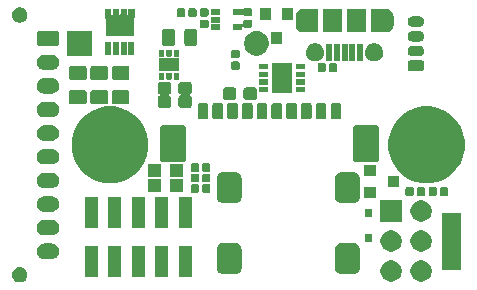
<source format=gts>
G04 #@! TF.GenerationSoftware,KiCad,Pcbnew,5.1.6*
G04 #@! TF.CreationDate,2020-06-25T22:37:20+02:00*
G04 #@! TF.ProjectId,altimeter,616c7469-6d65-4746-9572-2e6b69636164,V 1.2 Rev. A*
G04 #@! TF.SameCoordinates,Original*
G04 #@! TF.FileFunction,Soldermask,Top*
G04 #@! TF.FilePolarity,Negative*
%FSLAX46Y46*%
G04 Gerber Fmt 4.6, Leading zero omitted, Abs format (unit mm)*
G04 Created by KiCad (PCBNEW 5.1.6) date 2020-06-25 22:37:20*
%MOMM*%
%LPD*%
G01*
G04 APERTURE LIST*
%ADD10C,0.100000*%
G04 #@! TA.AperFunction,NonConductor*
%ADD11C,0.100000*%
G04 #@! TD*
G04 APERTURE END LIST*
D10*
G36*
X182250000Y-119500000D02*
G01*
X180750000Y-119500000D01*
X180750000Y-114750000D01*
X182250000Y-114750000D01*
X182250000Y-119500000D01*
G37*
X182250000Y-119500000D02*
X180750000Y-119500000D01*
X180750000Y-114750000D01*
X182250000Y-114750000D01*
X182250000Y-119500000D01*
D11*
G36*
X145139830Y-119374209D02*
G01*
X145209210Y-119402947D01*
X145258269Y-119423268D01*
X145364861Y-119494491D01*
X145455509Y-119585139D01*
X145526732Y-119691731D01*
X145526732Y-119691732D01*
X145575791Y-119810170D01*
X145600800Y-119935900D01*
X145600800Y-120064100D01*
X145575791Y-120189830D01*
X145549117Y-120254227D01*
X145526732Y-120308269D01*
X145455509Y-120414861D01*
X145364861Y-120505509D01*
X145258269Y-120576732D01*
X145209210Y-120597053D01*
X145139830Y-120625791D01*
X145014100Y-120650800D01*
X144885900Y-120650800D01*
X144760170Y-120625791D01*
X144690790Y-120597053D01*
X144641731Y-120576732D01*
X144535139Y-120505509D01*
X144444491Y-120414861D01*
X144373268Y-120308269D01*
X144350883Y-120254227D01*
X144324209Y-120189830D01*
X144299200Y-120064100D01*
X144299200Y-119935900D01*
X144324209Y-119810170D01*
X144373268Y-119691732D01*
X144373268Y-119691731D01*
X144444491Y-119585139D01*
X144535139Y-119494491D01*
X144641731Y-119423268D01*
X144690790Y-119402947D01*
X144760170Y-119374209D01*
X144885900Y-119349200D01*
X145014100Y-119349200D01*
X145139830Y-119374209D01*
G37*
G36*
X176662752Y-118813816D02*
G01*
X176662755Y-118813817D01*
X176662754Y-118813817D01*
X176826689Y-118881721D01*
X176974227Y-118980303D01*
X177099697Y-119105773D01*
X177099698Y-119105775D01*
X177198280Y-119253313D01*
X177266184Y-119417248D01*
X177300800Y-119591277D01*
X177300800Y-119768723D01*
X177266184Y-119942752D01*
X177266183Y-119942754D01*
X177198279Y-120106689D01*
X177099697Y-120254227D01*
X176974227Y-120379697D01*
X176826689Y-120478279D01*
X176826688Y-120478280D01*
X176826687Y-120478280D01*
X176662752Y-120546184D01*
X176488723Y-120580800D01*
X176311277Y-120580800D01*
X176137248Y-120546184D01*
X175973313Y-120478280D01*
X175973312Y-120478280D01*
X175973311Y-120478279D01*
X175825773Y-120379697D01*
X175700303Y-120254227D01*
X175601721Y-120106689D01*
X175533817Y-119942754D01*
X175533816Y-119942752D01*
X175499200Y-119768723D01*
X175499200Y-119591277D01*
X175533816Y-119417248D01*
X175601720Y-119253313D01*
X175700302Y-119105775D01*
X175700303Y-119105773D01*
X175825773Y-118980303D01*
X175973311Y-118881721D01*
X176137246Y-118813817D01*
X176137245Y-118813817D01*
X176137248Y-118813816D01*
X176311277Y-118779200D01*
X176488723Y-118779200D01*
X176662752Y-118813816D01*
G37*
G36*
X179202752Y-118813816D02*
G01*
X179202755Y-118813817D01*
X179202754Y-118813817D01*
X179366689Y-118881721D01*
X179514227Y-118980303D01*
X179639697Y-119105773D01*
X179639698Y-119105775D01*
X179738280Y-119253313D01*
X179806184Y-119417248D01*
X179840800Y-119591277D01*
X179840800Y-119768723D01*
X179806184Y-119942752D01*
X179806183Y-119942754D01*
X179738279Y-120106689D01*
X179639697Y-120254227D01*
X179514227Y-120379697D01*
X179366689Y-120478279D01*
X179366688Y-120478280D01*
X179366687Y-120478280D01*
X179202752Y-120546184D01*
X179028723Y-120580800D01*
X178851277Y-120580800D01*
X178677248Y-120546184D01*
X178513313Y-120478280D01*
X178513312Y-120478280D01*
X178513311Y-120478279D01*
X178365773Y-120379697D01*
X178240303Y-120254227D01*
X178141721Y-120106689D01*
X178073817Y-119942754D01*
X178073816Y-119942752D01*
X178039200Y-119768723D01*
X178039200Y-119591277D01*
X178073816Y-119417248D01*
X178141720Y-119253313D01*
X178240302Y-119105775D01*
X178240303Y-119105773D01*
X178365773Y-118980303D01*
X178513311Y-118881721D01*
X178677246Y-118813817D01*
X178677245Y-118813817D01*
X178677248Y-118813816D01*
X178851277Y-118779200D01*
X179028723Y-118779200D01*
X179202752Y-118813816D01*
G37*
G36*
X155550800Y-120225800D02*
G01*
X154449200Y-120225800D01*
X154449200Y-117544200D01*
X155550800Y-117544200D01*
X155550800Y-120225800D01*
G37*
G36*
X159550800Y-120225800D02*
G01*
X158449200Y-120225800D01*
X158449200Y-117544200D01*
X159550800Y-117544200D01*
X159550800Y-120225800D01*
G37*
G36*
X157550800Y-120225800D02*
G01*
X156449200Y-120225800D01*
X156449200Y-117544200D01*
X157550800Y-117544200D01*
X157550800Y-120225800D01*
G37*
G36*
X151550800Y-120225800D02*
G01*
X150449200Y-120225800D01*
X150449200Y-117544200D01*
X151550800Y-117544200D01*
X151550800Y-120225800D01*
G37*
G36*
X153550800Y-120225800D02*
G01*
X152449200Y-120225800D01*
X152449200Y-117544200D01*
X153550800Y-117544200D01*
X153550800Y-120225800D01*
G37*
G36*
X163338776Y-117317152D02*
G01*
X163432604Y-117345615D01*
X163519071Y-117391832D01*
X163594865Y-117454035D01*
X163657068Y-117529829D01*
X163703285Y-117616296D01*
X163731748Y-117710124D01*
X163741600Y-117810154D01*
X163741600Y-119406046D01*
X163731748Y-119506076D01*
X163703285Y-119599904D01*
X163657068Y-119686371D01*
X163594865Y-119762165D01*
X163519071Y-119824368D01*
X163432604Y-119870585D01*
X163338776Y-119899048D01*
X163238746Y-119908900D01*
X162142854Y-119908900D01*
X162042824Y-119899048D01*
X161948996Y-119870585D01*
X161862529Y-119824368D01*
X161786735Y-119762165D01*
X161724532Y-119686371D01*
X161678315Y-119599904D01*
X161649852Y-119506076D01*
X161640000Y-119406046D01*
X161640000Y-117810154D01*
X161649852Y-117710124D01*
X161678315Y-117616296D01*
X161724532Y-117529829D01*
X161786735Y-117454035D01*
X161862529Y-117391832D01*
X161948996Y-117345615D01*
X162042824Y-117317152D01*
X162142854Y-117307300D01*
X163238746Y-117307300D01*
X163338776Y-117317152D01*
G37*
G36*
X173338776Y-117317152D02*
G01*
X173432604Y-117345615D01*
X173519071Y-117391832D01*
X173594865Y-117454035D01*
X173657068Y-117529829D01*
X173703285Y-117616296D01*
X173731748Y-117710124D01*
X173741600Y-117810154D01*
X173741600Y-119406046D01*
X173731748Y-119506076D01*
X173703285Y-119599904D01*
X173657068Y-119686371D01*
X173594865Y-119762165D01*
X173519071Y-119824368D01*
X173432604Y-119870585D01*
X173338776Y-119899048D01*
X173238746Y-119908900D01*
X172142854Y-119908900D01*
X172042824Y-119899048D01*
X171948996Y-119870585D01*
X171862529Y-119824368D01*
X171786735Y-119762165D01*
X171724532Y-119686371D01*
X171678315Y-119599904D01*
X171649852Y-119506076D01*
X171640000Y-119406046D01*
X171640000Y-117810154D01*
X171649852Y-117710124D01*
X171678315Y-117616296D01*
X171724532Y-117529829D01*
X171786735Y-117454035D01*
X171862529Y-117391832D01*
X171948996Y-117345615D01*
X172042824Y-117317152D01*
X172142854Y-117307300D01*
X173238746Y-117307300D01*
X173338776Y-117317152D01*
G37*
G36*
X147745707Y-117355478D02*
G01*
X147777579Y-117358617D01*
X147838917Y-117377224D01*
X147900256Y-117395831D01*
X148013312Y-117456260D01*
X148112411Y-117537589D01*
X148193740Y-117636688D01*
X148254169Y-117749744D01*
X148254169Y-117749745D01*
X148279334Y-117832700D01*
X148291383Y-117872422D01*
X148303948Y-118000000D01*
X148291383Y-118127578D01*
X148254169Y-118250256D01*
X148193740Y-118363312D01*
X148112411Y-118462411D01*
X148013312Y-118543740D01*
X147900256Y-118604169D01*
X147838917Y-118622776D01*
X147777579Y-118641383D01*
X147745707Y-118644522D01*
X147681965Y-118650800D01*
X147018035Y-118650800D01*
X146954293Y-118644522D01*
X146922421Y-118641383D01*
X146861083Y-118622776D01*
X146799744Y-118604169D01*
X146686688Y-118543740D01*
X146587589Y-118462411D01*
X146506260Y-118363312D01*
X146445831Y-118250256D01*
X146408617Y-118127578D01*
X146396052Y-118000000D01*
X146408617Y-117872422D01*
X146420667Y-117832700D01*
X146445831Y-117749745D01*
X146445831Y-117749744D01*
X146506260Y-117636688D01*
X146587589Y-117537589D01*
X146686688Y-117456260D01*
X146799744Y-117395831D01*
X146861083Y-117377224D01*
X146922421Y-117358617D01*
X146954293Y-117355478D01*
X147018035Y-117349200D01*
X147681965Y-117349200D01*
X147745707Y-117355478D01*
G37*
G36*
X179202752Y-116273816D02*
G01*
X179202755Y-116273817D01*
X179202754Y-116273817D01*
X179366689Y-116341721D01*
X179514227Y-116440303D01*
X179639697Y-116565773D01*
X179639698Y-116565775D01*
X179738280Y-116713313D01*
X179806184Y-116877248D01*
X179840800Y-117051277D01*
X179840800Y-117228723D01*
X179806184Y-117402752D01*
X179806183Y-117402754D01*
X179738279Y-117566689D01*
X179639697Y-117714227D01*
X179514227Y-117839697D01*
X179366689Y-117938279D01*
X179366688Y-117938280D01*
X179366687Y-117938280D01*
X179202752Y-118006184D01*
X179028723Y-118040800D01*
X178851277Y-118040800D01*
X178677248Y-118006184D01*
X178513313Y-117938280D01*
X178513312Y-117938280D01*
X178513311Y-117938279D01*
X178365773Y-117839697D01*
X178240303Y-117714227D01*
X178141721Y-117566689D01*
X178073817Y-117402754D01*
X178073816Y-117402752D01*
X178039200Y-117228723D01*
X178039200Y-117051277D01*
X178073816Y-116877248D01*
X178141720Y-116713313D01*
X178240302Y-116565775D01*
X178240303Y-116565773D01*
X178365773Y-116440303D01*
X178513311Y-116341721D01*
X178677246Y-116273817D01*
X178677245Y-116273817D01*
X178677248Y-116273816D01*
X178851277Y-116239200D01*
X179028723Y-116239200D01*
X179202752Y-116273816D01*
G37*
G36*
X176662752Y-116273816D02*
G01*
X176662755Y-116273817D01*
X176662754Y-116273817D01*
X176826689Y-116341721D01*
X176974227Y-116440303D01*
X177099697Y-116565773D01*
X177099698Y-116565775D01*
X177198280Y-116713313D01*
X177266184Y-116877248D01*
X177300800Y-117051277D01*
X177300800Y-117228723D01*
X177266184Y-117402752D01*
X177266183Y-117402754D01*
X177198279Y-117566689D01*
X177099697Y-117714227D01*
X176974227Y-117839697D01*
X176826689Y-117938279D01*
X176826688Y-117938280D01*
X176826687Y-117938280D01*
X176662752Y-118006184D01*
X176488723Y-118040800D01*
X176311277Y-118040800D01*
X176137248Y-118006184D01*
X175973313Y-117938280D01*
X175973312Y-117938280D01*
X175973311Y-117938279D01*
X175825773Y-117839697D01*
X175700303Y-117714227D01*
X175601721Y-117566689D01*
X175533817Y-117402754D01*
X175533816Y-117402752D01*
X175499200Y-117228723D01*
X175499200Y-117051277D01*
X175533816Y-116877248D01*
X175601720Y-116713313D01*
X175700302Y-116565775D01*
X175700303Y-116565773D01*
X175825773Y-116440303D01*
X175973311Y-116341721D01*
X176137246Y-116273817D01*
X176137245Y-116273817D01*
X176137248Y-116273816D01*
X176311277Y-116239200D01*
X176488723Y-116239200D01*
X176662752Y-116273816D01*
G37*
G36*
X174773800Y-117224800D02*
G01*
X174222200Y-117224800D01*
X174222200Y-116523200D01*
X174773800Y-116523200D01*
X174773800Y-117224800D01*
G37*
G36*
X147745707Y-115355478D02*
G01*
X147777579Y-115358617D01*
X147838917Y-115377224D01*
X147900256Y-115395831D01*
X148013312Y-115456260D01*
X148112411Y-115537589D01*
X148193740Y-115636688D01*
X148254169Y-115749744D01*
X148291383Y-115872422D01*
X148303948Y-116000000D01*
X148291383Y-116127578D01*
X148254169Y-116250256D01*
X148193740Y-116363312D01*
X148112411Y-116462411D01*
X148013312Y-116543740D01*
X147900256Y-116604169D01*
X147838917Y-116622776D01*
X147777579Y-116641383D01*
X147745707Y-116644522D01*
X147681965Y-116650800D01*
X147018035Y-116650800D01*
X146954293Y-116644522D01*
X146922421Y-116641383D01*
X146861083Y-116622776D01*
X146799744Y-116604169D01*
X146686688Y-116543740D01*
X146587589Y-116462411D01*
X146506260Y-116363312D01*
X146445831Y-116250256D01*
X146408617Y-116127578D01*
X146396052Y-116000000D01*
X146408617Y-115872422D01*
X146445831Y-115749744D01*
X146506260Y-115636688D01*
X146587589Y-115537589D01*
X146686688Y-115456260D01*
X146799744Y-115395831D01*
X146861083Y-115377224D01*
X146922421Y-115358617D01*
X146954293Y-115355478D01*
X147018035Y-115349200D01*
X147681965Y-115349200D01*
X147745707Y-115355478D01*
G37*
G36*
X159550800Y-116055800D02*
G01*
X158449200Y-116055800D01*
X158449200Y-113374200D01*
X159550800Y-113374200D01*
X159550800Y-116055800D01*
G37*
G36*
X155550800Y-116055800D02*
G01*
X154449200Y-116055800D01*
X154449200Y-113374200D01*
X155550800Y-113374200D01*
X155550800Y-116055800D01*
G37*
G36*
X157550800Y-116055800D02*
G01*
X156449200Y-116055800D01*
X156449200Y-113374200D01*
X157550800Y-113374200D01*
X157550800Y-116055800D01*
G37*
G36*
X153550800Y-116055800D02*
G01*
X152449200Y-116055800D01*
X152449200Y-113374200D01*
X153550800Y-113374200D01*
X153550800Y-116055800D01*
G37*
G36*
X151550800Y-116055800D02*
G01*
X150449200Y-116055800D01*
X150449200Y-113374200D01*
X151550800Y-113374200D01*
X151550800Y-116055800D01*
G37*
G36*
X179202752Y-113733816D02*
G01*
X179366687Y-113801720D01*
X179366689Y-113801721D01*
X179514227Y-113900303D01*
X179639697Y-114025773D01*
X179738279Y-114173311D01*
X179738280Y-114173313D01*
X179806184Y-114337248D01*
X179840800Y-114511277D01*
X179840800Y-114688723D01*
X179806184Y-114862752D01*
X179806183Y-114862754D01*
X179738279Y-115026689D01*
X179639697Y-115174227D01*
X179514227Y-115299697D01*
X179366689Y-115398279D01*
X179366688Y-115398280D01*
X179366687Y-115398280D01*
X179202752Y-115466184D01*
X179028723Y-115500800D01*
X178851277Y-115500800D01*
X178677248Y-115466184D01*
X178513313Y-115398280D01*
X178513312Y-115398280D01*
X178513311Y-115398279D01*
X178365773Y-115299697D01*
X178240303Y-115174227D01*
X178141721Y-115026689D01*
X178073817Y-114862754D01*
X178073816Y-114862752D01*
X178039200Y-114688723D01*
X178039200Y-114511277D01*
X178073816Y-114337248D01*
X178141720Y-114173313D01*
X178141721Y-114173311D01*
X178240303Y-114025773D01*
X178365773Y-113900303D01*
X178513311Y-113801721D01*
X178513313Y-113801720D01*
X178677248Y-113733816D01*
X178851277Y-113699200D01*
X179028723Y-113699200D01*
X179202752Y-113733816D01*
G37*
G36*
X177300800Y-115500800D02*
G01*
X175499200Y-115500800D01*
X175499200Y-113699200D01*
X177300800Y-113699200D01*
X177300800Y-115500800D01*
G37*
G36*
X174773800Y-115124800D02*
G01*
X174222200Y-115124800D01*
X174222200Y-114423200D01*
X174773800Y-114423200D01*
X174773800Y-115124800D01*
G37*
G36*
X147745707Y-113355478D02*
G01*
X147777579Y-113358617D01*
X147828948Y-113374200D01*
X147900256Y-113395831D01*
X148013312Y-113456260D01*
X148112411Y-113537589D01*
X148193740Y-113636688D01*
X148254169Y-113749744D01*
X148257937Y-113762165D01*
X148291383Y-113872421D01*
X148303948Y-114000000D01*
X148291383Y-114127579D01*
X148272776Y-114188917D01*
X148254169Y-114250256D01*
X148193740Y-114363312D01*
X148112411Y-114462411D01*
X148013312Y-114543740D01*
X147900256Y-114604169D01*
X147838917Y-114622776D01*
X147777579Y-114641383D01*
X147745707Y-114644522D01*
X147681965Y-114650800D01*
X147018035Y-114650800D01*
X146954293Y-114644522D01*
X146922421Y-114641383D01*
X146861083Y-114622776D01*
X146799744Y-114604169D01*
X146686688Y-114543740D01*
X146587589Y-114462411D01*
X146506260Y-114363312D01*
X146445831Y-114250256D01*
X146427224Y-114188917D01*
X146408617Y-114127579D01*
X146396052Y-114000000D01*
X146408617Y-113872421D01*
X146442063Y-113762165D01*
X146445831Y-113749744D01*
X146506260Y-113636688D01*
X146587589Y-113537589D01*
X146686688Y-113456260D01*
X146799744Y-113395831D01*
X146871052Y-113374200D01*
X146922421Y-113358617D01*
X146954293Y-113355478D01*
X147018035Y-113349200D01*
X147681965Y-113349200D01*
X147745707Y-113355478D01*
G37*
G36*
X173338776Y-111317152D02*
G01*
X173432604Y-111345615D01*
X173519071Y-111391832D01*
X173594865Y-111454035D01*
X173657068Y-111529829D01*
X173703285Y-111616296D01*
X173731748Y-111710124D01*
X173741600Y-111810154D01*
X173741600Y-113406046D01*
X173731748Y-113506076D01*
X173703285Y-113599904D01*
X173657068Y-113686371D01*
X173594865Y-113762165D01*
X173519071Y-113824368D01*
X173432604Y-113870585D01*
X173338776Y-113899048D01*
X173238746Y-113908900D01*
X172142854Y-113908900D01*
X172042824Y-113899048D01*
X171948996Y-113870585D01*
X171862529Y-113824368D01*
X171786735Y-113762165D01*
X171724532Y-113686371D01*
X171678315Y-113599904D01*
X171649852Y-113506076D01*
X171640000Y-113406046D01*
X171640000Y-111810154D01*
X171649852Y-111710124D01*
X171678315Y-111616296D01*
X171724532Y-111529829D01*
X171786735Y-111454035D01*
X171862529Y-111391832D01*
X171948996Y-111345615D01*
X172042824Y-111317152D01*
X172142854Y-111307300D01*
X173238746Y-111307300D01*
X173338776Y-111317152D01*
G37*
G36*
X163338776Y-111317152D02*
G01*
X163432604Y-111345615D01*
X163519071Y-111391832D01*
X163594865Y-111454035D01*
X163657068Y-111529829D01*
X163703285Y-111616296D01*
X163731748Y-111710124D01*
X163741600Y-111810154D01*
X163741600Y-113406046D01*
X163731748Y-113506076D01*
X163703285Y-113599904D01*
X163657068Y-113686371D01*
X163594865Y-113762165D01*
X163519071Y-113824368D01*
X163432604Y-113870585D01*
X163338776Y-113899048D01*
X163238746Y-113908900D01*
X162142854Y-113908900D01*
X162042824Y-113899048D01*
X161948996Y-113870585D01*
X161862529Y-113824368D01*
X161786735Y-113762165D01*
X161724532Y-113686371D01*
X161678315Y-113599904D01*
X161649852Y-113506076D01*
X161640000Y-113406046D01*
X161640000Y-111810154D01*
X161649852Y-111710124D01*
X161678315Y-111616296D01*
X161724532Y-111529829D01*
X161786735Y-111454035D01*
X161862529Y-111391832D01*
X161948996Y-111345615D01*
X162042824Y-111317152D01*
X162142854Y-111307300D01*
X163238746Y-111307300D01*
X163338776Y-111317152D01*
G37*
G36*
X175100800Y-113500800D02*
G01*
X174099200Y-113500800D01*
X174099200Y-112599200D01*
X175100800Y-112599200D01*
X175100800Y-113500800D01*
G37*
G36*
X181111707Y-112582279D02*
G01*
X181139405Y-112590681D01*
X181164934Y-112604327D01*
X181187310Y-112622690D01*
X181205673Y-112645066D01*
X181219319Y-112670595D01*
X181227721Y-112698293D01*
X181230800Y-112729554D01*
X181230800Y-113170446D01*
X181227721Y-113201707D01*
X181219319Y-113229405D01*
X181205673Y-113254934D01*
X181187310Y-113277310D01*
X181164934Y-113295673D01*
X181139405Y-113309319D01*
X181111707Y-113317721D01*
X181080446Y-113320800D01*
X180689554Y-113320800D01*
X180658293Y-113317721D01*
X180630595Y-113309319D01*
X180605066Y-113295673D01*
X180582690Y-113277310D01*
X180564327Y-113254934D01*
X180550681Y-113229405D01*
X180542279Y-113201707D01*
X180539200Y-113170446D01*
X180539200Y-112729554D01*
X180542279Y-112698293D01*
X180550681Y-112670595D01*
X180564327Y-112645066D01*
X180582690Y-112622690D01*
X180605066Y-112604327D01*
X180630595Y-112590681D01*
X180658293Y-112582279D01*
X180689554Y-112579200D01*
X181080446Y-112579200D01*
X181111707Y-112582279D01*
G37*
G36*
X180141707Y-112582279D02*
G01*
X180169405Y-112590681D01*
X180194934Y-112604327D01*
X180217310Y-112622690D01*
X180235673Y-112645066D01*
X180249319Y-112670595D01*
X180257721Y-112698293D01*
X180260800Y-112729554D01*
X180260800Y-113170446D01*
X180257721Y-113201707D01*
X180249319Y-113229405D01*
X180235673Y-113254934D01*
X180217310Y-113277310D01*
X180194934Y-113295673D01*
X180169405Y-113309319D01*
X180141707Y-113317721D01*
X180110446Y-113320800D01*
X179719554Y-113320800D01*
X179688293Y-113317721D01*
X179660595Y-113309319D01*
X179635066Y-113295673D01*
X179612690Y-113277310D01*
X179594327Y-113254934D01*
X179580681Y-113229405D01*
X179572279Y-113201707D01*
X179569200Y-113170446D01*
X179569200Y-112729554D01*
X179572279Y-112698293D01*
X179580681Y-112670595D01*
X179594327Y-112645066D01*
X179612690Y-112622690D01*
X179635066Y-112604327D01*
X179660595Y-112590681D01*
X179688293Y-112582279D01*
X179719554Y-112579200D01*
X180110446Y-112579200D01*
X180141707Y-112582279D01*
G37*
G36*
X178191707Y-112582279D02*
G01*
X178219405Y-112590681D01*
X178244934Y-112604327D01*
X178267310Y-112622690D01*
X178285673Y-112645066D01*
X178299319Y-112670595D01*
X178307721Y-112698293D01*
X178310800Y-112729554D01*
X178310800Y-113170446D01*
X178307721Y-113201707D01*
X178299319Y-113229405D01*
X178285673Y-113254934D01*
X178267310Y-113277310D01*
X178244934Y-113295673D01*
X178219405Y-113309319D01*
X178191707Y-113317721D01*
X178160446Y-113320800D01*
X177769554Y-113320800D01*
X177738293Y-113317721D01*
X177710595Y-113309319D01*
X177685066Y-113295673D01*
X177662690Y-113277310D01*
X177644327Y-113254934D01*
X177630681Y-113229405D01*
X177622279Y-113201707D01*
X177619200Y-113170446D01*
X177619200Y-112729554D01*
X177622279Y-112698293D01*
X177630681Y-112670595D01*
X177644327Y-112645066D01*
X177662690Y-112622690D01*
X177685066Y-112604327D01*
X177710595Y-112590681D01*
X177738293Y-112582279D01*
X177769554Y-112579200D01*
X178160446Y-112579200D01*
X178191707Y-112582279D01*
G37*
G36*
X179161707Y-112582279D02*
G01*
X179189405Y-112590681D01*
X179214934Y-112604327D01*
X179237310Y-112622690D01*
X179255673Y-112645066D01*
X179269319Y-112670595D01*
X179277721Y-112698293D01*
X179280800Y-112729554D01*
X179280800Y-113170446D01*
X179277721Y-113201707D01*
X179269319Y-113229405D01*
X179255673Y-113254934D01*
X179237310Y-113277310D01*
X179214934Y-113295673D01*
X179189405Y-113309319D01*
X179161707Y-113317721D01*
X179130446Y-113320800D01*
X178739554Y-113320800D01*
X178708293Y-113317721D01*
X178680595Y-113309319D01*
X178655066Y-113295673D01*
X178632690Y-113277310D01*
X178614327Y-113254934D01*
X178600681Y-113229405D01*
X178592279Y-113201707D01*
X178589200Y-113170446D01*
X178589200Y-112729554D01*
X178592279Y-112698293D01*
X178600681Y-112670595D01*
X178614327Y-112645066D01*
X178632690Y-112622690D01*
X178655066Y-112604327D01*
X178680595Y-112590681D01*
X178708293Y-112582279D01*
X178739554Y-112579200D01*
X179130446Y-112579200D01*
X179161707Y-112582279D01*
G37*
G36*
X160011707Y-112322279D02*
G01*
X160039405Y-112330681D01*
X160064934Y-112344327D01*
X160087310Y-112362690D01*
X160105673Y-112385066D01*
X160119319Y-112410595D01*
X160127721Y-112438293D01*
X160130800Y-112469554D01*
X160130800Y-112910446D01*
X160127721Y-112941707D01*
X160119319Y-112969405D01*
X160105673Y-112994934D01*
X160087310Y-113017310D01*
X160064934Y-113035673D01*
X160039405Y-113049319D01*
X160011707Y-113057721D01*
X159980446Y-113060800D01*
X159589554Y-113060800D01*
X159558293Y-113057721D01*
X159530595Y-113049319D01*
X159505066Y-113035673D01*
X159482690Y-113017310D01*
X159464327Y-112994934D01*
X159450681Y-112969405D01*
X159442279Y-112941707D01*
X159439200Y-112910446D01*
X159439200Y-112469554D01*
X159442279Y-112438293D01*
X159450681Y-112410595D01*
X159464327Y-112385066D01*
X159482690Y-112362690D01*
X159505066Y-112344327D01*
X159530595Y-112330681D01*
X159558293Y-112322279D01*
X159589554Y-112319200D01*
X159980446Y-112319200D01*
X160011707Y-112322279D01*
G37*
G36*
X160981707Y-112322279D02*
G01*
X161009405Y-112330681D01*
X161034934Y-112344327D01*
X161057310Y-112362690D01*
X161075673Y-112385066D01*
X161089319Y-112410595D01*
X161097721Y-112438293D01*
X161100800Y-112469554D01*
X161100800Y-112910446D01*
X161097721Y-112941707D01*
X161089319Y-112969405D01*
X161075673Y-112994934D01*
X161057310Y-113017310D01*
X161034934Y-113035673D01*
X161009405Y-113049319D01*
X160981707Y-113057721D01*
X160950446Y-113060800D01*
X160559554Y-113060800D01*
X160528293Y-113057721D01*
X160500595Y-113049319D01*
X160475066Y-113035673D01*
X160452690Y-113017310D01*
X160434327Y-112994934D01*
X160420681Y-112969405D01*
X160412279Y-112941707D01*
X160409200Y-112910446D01*
X160409200Y-112469554D01*
X160412279Y-112438293D01*
X160420681Y-112410595D01*
X160434327Y-112385066D01*
X160452690Y-112362690D01*
X160475066Y-112344327D01*
X160500595Y-112330681D01*
X160528293Y-112322279D01*
X160559554Y-112319200D01*
X160950446Y-112319200D01*
X160981707Y-112322279D01*
G37*
G36*
X156925800Y-112975800D02*
G01*
X155824200Y-112975800D01*
X155824200Y-111874200D01*
X156925800Y-111874200D01*
X156925800Y-112975800D01*
G37*
G36*
X158775800Y-112975800D02*
G01*
X157674200Y-112975800D01*
X157674200Y-111874200D01*
X158775800Y-111874200D01*
X158775800Y-112975800D01*
G37*
G36*
X147745707Y-111355478D02*
G01*
X147777579Y-111358617D01*
X147838917Y-111377224D01*
X147900256Y-111395831D01*
X148013312Y-111456260D01*
X148112411Y-111537589D01*
X148193740Y-111636688D01*
X148254169Y-111749744D01*
X148272494Y-111810154D01*
X148291383Y-111872421D01*
X148303948Y-112000000D01*
X148291383Y-112127579D01*
X148279231Y-112167639D01*
X148254169Y-112250256D01*
X148193740Y-112363312D01*
X148112411Y-112462411D01*
X148013312Y-112543740D01*
X147900256Y-112604169D01*
X147838917Y-112622776D01*
X147777579Y-112641383D01*
X147745707Y-112644522D01*
X147681965Y-112650800D01*
X147018035Y-112650800D01*
X146954293Y-112644522D01*
X146922421Y-112641383D01*
X146861083Y-112622776D01*
X146799744Y-112604169D01*
X146686688Y-112543740D01*
X146587589Y-112462411D01*
X146506260Y-112363312D01*
X146445831Y-112250256D01*
X146420769Y-112167639D01*
X146408617Y-112127579D01*
X146396052Y-112000000D01*
X146408617Y-111872421D01*
X146427506Y-111810154D01*
X146445831Y-111749744D01*
X146506260Y-111636688D01*
X146587589Y-111537589D01*
X146686688Y-111456260D01*
X146799744Y-111395831D01*
X146861083Y-111377224D01*
X146922421Y-111358617D01*
X146954293Y-111355478D01*
X147018035Y-111349200D01*
X147681965Y-111349200D01*
X147745707Y-111355478D01*
G37*
G36*
X177100800Y-112550800D02*
G01*
X176099200Y-112550800D01*
X176099200Y-111649200D01*
X177100800Y-111649200D01*
X177100800Y-112550800D01*
G37*
G36*
X153548222Y-105874126D02*
G01*
X154139830Y-106119178D01*
X154672263Y-106474938D01*
X155125062Y-106927737D01*
X155480822Y-107460170D01*
X155725874Y-108051778D01*
X155850800Y-108679823D01*
X155850800Y-109320177D01*
X155725874Y-109948222D01*
X155480822Y-110539830D01*
X155125062Y-111072263D01*
X154672263Y-111525062D01*
X154139830Y-111880822D01*
X153548222Y-112125874D01*
X152920177Y-112250800D01*
X152279823Y-112250800D01*
X151651778Y-112125874D01*
X151060170Y-111880822D01*
X150527737Y-111525062D01*
X150074938Y-111072263D01*
X149719178Y-110539830D01*
X149474126Y-109948222D01*
X149349200Y-109320177D01*
X149349200Y-108679823D01*
X149474126Y-108051778D01*
X149719178Y-107460170D01*
X150074938Y-106927737D01*
X150527737Y-106474938D01*
X151060170Y-106119178D01*
X151651778Y-105874126D01*
X152279823Y-105749200D01*
X152920177Y-105749200D01*
X153548222Y-105874126D01*
G37*
G36*
X180348222Y-105874126D02*
G01*
X180939830Y-106119178D01*
X181472263Y-106474938D01*
X181925062Y-106927737D01*
X182280822Y-107460170D01*
X182525874Y-108051778D01*
X182650800Y-108679823D01*
X182650800Y-109320177D01*
X182525874Y-109948222D01*
X182280822Y-110539830D01*
X181925062Y-111072263D01*
X181472263Y-111525062D01*
X180939830Y-111880822D01*
X180348222Y-112125874D01*
X179720177Y-112250800D01*
X179079823Y-112250800D01*
X178451778Y-112125874D01*
X177860170Y-111880822D01*
X177327737Y-111525062D01*
X176874938Y-111072263D01*
X176519178Y-110539830D01*
X176274126Y-109948222D01*
X176149200Y-109320177D01*
X176149200Y-108679823D01*
X176274126Y-108051778D01*
X176519178Y-107460170D01*
X176874938Y-106927737D01*
X177327737Y-106474938D01*
X177860170Y-106119178D01*
X178451778Y-105874126D01*
X179079823Y-105749200D01*
X179720177Y-105749200D01*
X180348222Y-105874126D01*
G37*
G36*
X160011707Y-111442279D02*
G01*
X160039405Y-111450681D01*
X160064934Y-111464327D01*
X160087310Y-111482690D01*
X160105673Y-111505066D01*
X160119319Y-111530595D01*
X160127721Y-111558293D01*
X160130800Y-111589554D01*
X160130800Y-112030446D01*
X160127721Y-112061707D01*
X160119319Y-112089405D01*
X160105673Y-112114934D01*
X160087310Y-112137310D01*
X160064934Y-112155673D01*
X160039405Y-112169319D01*
X160011707Y-112177721D01*
X159980446Y-112180800D01*
X159589554Y-112180800D01*
X159558293Y-112177721D01*
X159530595Y-112169319D01*
X159505066Y-112155673D01*
X159482690Y-112137310D01*
X159464327Y-112114934D01*
X159450681Y-112089405D01*
X159442279Y-112061707D01*
X159439200Y-112030446D01*
X159439200Y-111589554D01*
X159442279Y-111558293D01*
X159450681Y-111530595D01*
X159464327Y-111505066D01*
X159482690Y-111482690D01*
X159505066Y-111464327D01*
X159530595Y-111450681D01*
X159558293Y-111442279D01*
X159589554Y-111439200D01*
X159980446Y-111439200D01*
X160011707Y-111442279D01*
G37*
G36*
X160981707Y-111442279D02*
G01*
X161009405Y-111450681D01*
X161034934Y-111464327D01*
X161057310Y-111482690D01*
X161075673Y-111505066D01*
X161089319Y-111530595D01*
X161097721Y-111558293D01*
X161100800Y-111589554D01*
X161100800Y-112030446D01*
X161097721Y-112061707D01*
X161089319Y-112089405D01*
X161075673Y-112114934D01*
X161057310Y-112137310D01*
X161034934Y-112155673D01*
X161009405Y-112169319D01*
X160981707Y-112177721D01*
X160950446Y-112180800D01*
X160559554Y-112180800D01*
X160528293Y-112177721D01*
X160500595Y-112169319D01*
X160475066Y-112155673D01*
X160452690Y-112137310D01*
X160434327Y-112114934D01*
X160420681Y-112089405D01*
X160412279Y-112061707D01*
X160409200Y-112030446D01*
X160409200Y-111589554D01*
X160412279Y-111558293D01*
X160420681Y-111530595D01*
X160434327Y-111505066D01*
X160452690Y-111482690D01*
X160475066Y-111464327D01*
X160500595Y-111450681D01*
X160528293Y-111442279D01*
X160559554Y-111439200D01*
X160950446Y-111439200D01*
X160981707Y-111442279D01*
G37*
G36*
X158775800Y-111725800D02*
G01*
X157674200Y-111725800D01*
X157674200Y-110624200D01*
X158775800Y-110624200D01*
X158775800Y-111725800D01*
G37*
G36*
X156925800Y-111725800D02*
G01*
X155824200Y-111725800D01*
X155824200Y-110624200D01*
X156925800Y-110624200D01*
X156925800Y-111725800D01*
G37*
G36*
X175100800Y-111600800D02*
G01*
X174099200Y-111600800D01*
X174099200Y-110699200D01*
X175100800Y-110699200D01*
X175100800Y-111600800D01*
G37*
G36*
X160011707Y-110562279D02*
G01*
X160039405Y-110570681D01*
X160064934Y-110584327D01*
X160087310Y-110602690D01*
X160105673Y-110625066D01*
X160119319Y-110650595D01*
X160127721Y-110678293D01*
X160130800Y-110709554D01*
X160130800Y-111150446D01*
X160127721Y-111181707D01*
X160119319Y-111209405D01*
X160105673Y-111234934D01*
X160087310Y-111257310D01*
X160064934Y-111275673D01*
X160039405Y-111289319D01*
X160011707Y-111297721D01*
X159980446Y-111300800D01*
X159589554Y-111300800D01*
X159558293Y-111297721D01*
X159530595Y-111289319D01*
X159505066Y-111275673D01*
X159482690Y-111257310D01*
X159464327Y-111234934D01*
X159450681Y-111209405D01*
X159442279Y-111181707D01*
X159439200Y-111150446D01*
X159439200Y-110709554D01*
X159442279Y-110678293D01*
X159450681Y-110650595D01*
X159464327Y-110625066D01*
X159482690Y-110602690D01*
X159505066Y-110584327D01*
X159530595Y-110570681D01*
X159558293Y-110562279D01*
X159589554Y-110559200D01*
X159980446Y-110559200D01*
X160011707Y-110562279D01*
G37*
G36*
X160981707Y-110562279D02*
G01*
X161009405Y-110570681D01*
X161034934Y-110584327D01*
X161057310Y-110602690D01*
X161075673Y-110625066D01*
X161089319Y-110650595D01*
X161097721Y-110678293D01*
X161100800Y-110709554D01*
X161100800Y-111150446D01*
X161097721Y-111181707D01*
X161089319Y-111209405D01*
X161075673Y-111234934D01*
X161057310Y-111257310D01*
X161034934Y-111275673D01*
X161009405Y-111289319D01*
X160981707Y-111297721D01*
X160950446Y-111300800D01*
X160559554Y-111300800D01*
X160528293Y-111297721D01*
X160500595Y-111289319D01*
X160475066Y-111275673D01*
X160452690Y-111257310D01*
X160434327Y-111234934D01*
X160420681Y-111209405D01*
X160412279Y-111181707D01*
X160409200Y-111150446D01*
X160409200Y-110709554D01*
X160412279Y-110678293D01*
X160420681Y-110650595D01*
X160434327Y-110625066D01*
X160452690Y-110602690D01*
X160475066Y-110584327D01*
X160500595Y-110570681D01*
X160528293Y-110562279D01*
X160559554Y-110559200D01*
X160950446Y-110559200D01*
X160981707Y-110562279D01*
G37*
G36*
X147745707Y-109355478D02*
G01*
X147777579Y-109358617D01*
X147838917Y-109377224D01*
X147900256Y-109395831D01*
X148013312Y-109456260D01*
X148112411Y-109537589D01*
X148193740Y-109636688D01*
X148254169Y-109749744D01*
X148291383Y-109872422D01*
X148303948Y-110000000D01*
X148291383Y-110127578D01*
X148254169Y-110250256D01*
X148193740Y-110363312D01*
X148112411Y-110462411D01*
X148013312Y-110543740D01*
X147900256Y-110604169D01*
X147838917Y-110622776D01*
X147777579Y-110641383D01*
X147745707Y-110644522D01*
X147681965Y-110650800D01*
X147018035Y-110650800D01*
X146954293Y-110644522D01*
X146922421Y-110641383D01*
X146861083Y-110622776D01*
X146799744Y-110604169D01*
X146686688Y-110543740D01*
X146587589Y-110462411D01*
X146506260Y-110363312D01*
X146445831Y-110250256D01*
X146408617Y-110127578D01*
X146396052Y-110000000D01*
X146408617Y-109872422D01*
X146445831Y-109749744D01*
X146506260Y-109636688D01*
X146587589Y-109537589D01*
X146686688Y-109456260D01*
X146799744Y-109395831D01*
X146861083Y-109377224D01*
X146922421Y-109358617D01*
X146954293Y-109355478D01*
X147018035Y-109349200D01*
X147681965Y-109349200D01*
X147745707Y-109355478D01*
G37*
G36*
X175195452Y-107353741D02*
G01*
X175237429Y-107366475D01*
X175276114Y-107387152D01*
X175310021Y-107414979D01*
X175337848Y-107448886D01*
X175358525Y-107487571D01*
X175371259Y-107529548D01*
X175375800Y-107575655D01*
X175375800Y-110224345D01*
X175371259Y-110270452D01*
X175358525Y-110312429D01*
X175337848Y-110351114D01*
X175310021Y-110385021D01*
X175276114Y-110412848D01*
X175237429Y-110433525D01*
X175195452Y-110446259D01*
X175149345Y-110450800D01*
X173400655Y-110450800D01*
X173354548Y-110446259D01*
X173312571Y-110433525D01*
X173273886Y-110412848D01*
X173239979Y-110385021D01*
X173212152Y-110351114D01*
X173191475Y-110312429D01*
X173178741Y-110270452D01*
X173174200Y-110224345D01*
X173174200Y-107575655D01*
X173178741Y-107529548D01*
X173191475Y-107487571D01*
X173212152Y-107448886D01*
X173239979Y-107414979D01*
X173273886Y-107387152D01*
X173312571Y-107366475D01*
X173354548Y-107353741D01*
X173400655Y-107349200D01*
X175149345Y-107349200D01*
X175195452Y-107353741D01*
G37*
G36*
X158845452Y-107353741D02*
G01*
X158887429Y-107366475D01*
X158926114Y-107387152D01*
X158960021Y-107414979D01*
X158987848Y-107448886D01*
X159008525Y-107487571D01*
X159021259Y-107529548D01*
X159025800Y-107575655D01*
X159025800Y-110224345D01*
X159021259Y-110270452D01*
X159008525Y-110312429D01*
X158987848Y-110351114D01*
X158960021Y-110385021D01*
X158926114Y-110412848D01*
X158887429Y-110433525D01*
X158845452Y-110446259D01*
X158799345Y-110450800D01*
X157050655Y-110450800D01*
X157004548Y-110446259D01*
X156962571Y-110433525D01*
X156923886Y-110412848D01*
X156889979Y-110385021D01*
X156862152Y-110351114D01*
X156841475Y-110312429D01*
X156828741Y-110270452D01*
X156824200Y-110224345D01*
X156824200Y-107575655D01*
X156828741Y-107529548D01*
X156841475Y-107487571D01*
X156862152Y-107448886D01*
X156889979Y-107414979D01*
X156923886Y-107387152D01*
X156962571Y-107366475D01*
X157004548Y-107353741D01*
X157050655Y-107349200D01*
X158799345Y-107349200D01*
X158845452Y-107353741D01*
G37*
G36*
X147745707Y-107355478D02*
G01*
X147777579Y-107358617D01*
X147812304Y-107369151D01*
X147900256Y-107395831D01*
X148013312Y-107456260D01*
X148112411Y-107537589D01*
X148193740Y-107636688D01*
X148254169Y-107749744D01*
X148291383Y-107872422D01*
X148303948Y-108000000D01*
X148291383Y-108127578D01*
X148254169Y-108250256D01*
X148193740Y-108363312D01*
X148112411Y-108462411D01*
X148013312Y-108543740D01*
X147900256Y-108604169D01*
X147838917Y-108622776D01*
X147777579Y-108641383D01*
X147745707Y-108644522D01*
X147681965Y-108650800D01*
X147018035Y-108650800D01*
X146954293Y-108644522D01*
X146922421Y-108641383D01*
X146861083Y-108622776D01*
X146799744Y-108604169D01*
X146686688Y-108543740D01*
X146587589Y-108462411D01*
X146506260Y-108363312D01*
X146445831Y-108250256D01*
X146408617Y-108127578D01*
X146396052Y-108000000D01*
X146408617Y-107872422D01*
X146445831Y-107749744D01*
X146506260Y-107636688D01*
X146587589Y-107537589D01*
X146686688Y-107456260D01*
X146799744Y-107395831D01*
X146887696Y-107369151D01*
X146922421Y-107358617D01*
X146954293Y-107355478D01*
X147018035Y-107349200D01*
X147681965Y-107349200D01*
X147745707Y-107355478D01*
G37*
G36*
X169514447Y-105453287D02*
G01*
X169551997Y-105464677D01*
X169586601Y-105483175D01*
X169616933Y-105508067D01*
X169641825Y-105538399D01*
X169660323Y-105573003D01*
X169671713Y-105610553D01*
X169675800Y-105652053D01*
X169675800Y-106647947D01*
X169671713Y-106689447D01*
X169660323Y-106726997D01*
X169641825Y-106761601D01*
X169616933Y-106791933D01*
X169586601Y-106816825D01*
X169551997Y-106835323D01*
X169514447Y-106846713D01*
X169472947Y-106850800D01*
X168977053Y-106850800D01*
X168935553Y-106846713D01*
X168898003Y-106835323D01*
X168863399Y-106816825D01*
X168833067Y-106791933D01*
X168808175Y-106761601D01*
X168789677Y-106726997D01*
X168778287Y-106689447D01*
X168774200Y-106647947D01*
X168774200Y-105652053D01*
X168778287Y-105610553D01*
X168789677Y-105573003D01*
X168808175Y-105538399D01*
X168833067Y-105508067D01*
X168863399Y-105483175D01*
X168898003Y-105464677D01*
X168935553Y-105453287D01*
X168977053Y-105449200D01*
X169472947Y-105449200D01*
X169514447Y-105453287D01*
G37*
G36*
X167014447Y-105453287D02*
G01*
X167051997Y-105464677D01*
X167086601Y-105483175D01*
X167116933Y-105508067D01*
X167141825Y-105538399D01*
X167160323Y-105573003D01*
X167171713Y-105610553D01*
X167175800Y-105652053D01*
X167175800Y-106647947D01*
X167171713Y-106689447D01*
X167160323Y-106726997D01*
X167141825Y-106761601D01*
X167116933Y-106791933D01*
X167086601Y-106816825D01*
X167051997Y-106835323D01*
X167014447Y-106846713D01*
X166972947Y-106850800D01*
X166477053Y-106850800D01*
X166435553Y-106846713D01*
X166398003Y-106835323D01*
X166363399Y-106816825D01*
X166333067Y-106791933D01*
X166308175Y-106761601D01*
X166289677Y-106726997D01*
X166278287Y-106689447D01*
X166274200Y-106647947D01*
X166274200Y-105652053D01*
X166278287Y-105610553D01*
X166289677Y-105573003D01*
X166308175Y-105538399D01*
X166333067Y-105508067D01*
X166363399Y-105483175D01*
X166398003Y-105464677D01*
X166435553Y-105453287D01*
X166477053Y-105449200D01*
X166972947Y-105449200D01*
X167014447Y-105453287D01*
G37*
G36*
X164514447Y-105453287D02*
G01*
X164551997Y-105464677D01*
X164586601Y-105483175D01*
X164616933Y-105508067D01*
X164641825Y-105538399D01*
X164660323Y-105573003D01*
X164671713Y-105610553D01*
X164675800Y-105652053D01*
X164675800Y-106647947D01*
X164671713Y-106689447D01*
X164660323Y-106726997D01*
X164641825Y-106761601D01*
X164616933Y-106791933D01*
X164586601Y-106816825D01*
X164551997Y-106835323D01*
X164514447Y-106846713D01*
X164472947Y-106850800D01*
X163977053Y-106850800D01*
X163935553Y-106846713D01*
X163898003Y-106835323D01*
X163863399Y-106816825D01*
X163833067Y-106791933D01*
X163808175Y-106761601D01*
X163789677Y-106726997D01*
X163778287Y-106689447D01*
X163774200Y-106647947D01*
X163774200Y-105652053D01*
X163778287Y-105610553D01*
X163789677Y-105573003D01*
X163808175Y-105538399D01*
X163833067Y-105508067D01*
X163863399Y-105483175D01*
X163898003Y-105464677D01*
X163935553Y-105453287D01*
X163977053Y-105449200D01*
X164472947Y-105449200D01*
X164514447Y-105453287D01*
G37*
G36*
X163264447Y-105453287D02*
G01*
X163301997Y-105464677D01*
X163336601Y-105483175D01*
X163366933Y-105508067D01*
X163391825Y-105538399D01*
X163410323Y-105573003D01*
X163421713Y-105610553D01*
X163425800Y-105652053D01*
X163425800Y-106647947D01*
X163421713Y-106689447D01*
X163410323Y-106726997D01*
X163391825Y-106761601D01*
X163366933Y-106791933D01*
X163336601Y-106816825D01*
X163301997Y-106835323D01*
X163264447Y-106846713D01*
X163222947Y-106850800D01*
X162727053Y-106850800D01*
X162685553Y-106846713D01*
X162648003Y-106835323D01*
X162613399Y-106816825D01*
X162583067Y-106791933D01*
X162558175Y-106761601D01*
X162539677Y-106726997D01*
X162528287Y-106689447D01*
X162524200Y-106647947D01*
X162524200Y-105652053D01*
X162528287Y-105610553D01*
X162539677Y-105573003D01*
X162558175Y-105538399D01*
X162583067Y-105508067D01*
X162613399Y-105483175D01*
X162648003Y-105464677D01*
X162685553Y-105453287D01*
X162727053Y-105449200D01*
X163222947Y-105449200D01*
X163264447Y-105453287D01*
G37*
G36*
X162014447Y-105453287D02*
G01*
X162051997Y-105464677D01*
X162086601Y-105483175D01*
X162116933Y-105508067D01*
X162141825Y-105538399D01*
X162160323Y-105573003D01*
X162171713Y-105610553D01*
X162175800Y-105652053D01*
X162175800Y-106647947D01*
X162171713Y-106689447D01*
X162160323Y-106726997D01*
X162141825Y-106761601D01*
X162116933Y-106791933D01*
X162086601Y-106816825D01*
X162051997Y-106835323D01*
X162014447Y-106846713D01*
X161972947Y-106850800D01*
X161477053Y-106850800D01*
X161435553Y-106846713D01*
X161398003Y-106835323D01*
X161363399Y-106816825D01*
X161333067Y-106791933D01*
X161308175Y-106761601D01*
X161289677Y-106726997D01*
X161278287Y-106689447D01*
X161274200Y-106647947D01*
X161274200Y-105652053D01*
X161278287Y-105610553D01*
X161289677Y-105573003D01*
X161308175Y-105538399D01*
X161333067Y-105508067D01*
X161363399Y-105483175D01*
X161398003Y-105464677D01*
X161435553Y-105453287D01*
X161477053Y-105449200D01*
X161972947Y-105449200D01*
X162014447Y-105453287D01*
G37*
G36*
X160764447Y-105453287D02*
G01*
X160801997Y-105464677D01*
X160836601Y-105483175D01*
X160866933Y-105508067D01*
X160891825Y-105538399D01*
X160910323Y-105573003D01*
X160921713Y-105610553D01*
X160925800Y-105652053D01*
X160925800Y-106647947D01*
X160921713Y-106689447D01*
X160910323Y-106726997D01*
X160891825Y-106761601D01*
X160866933Y-106791933D01*
X160836601Y-106816825D01*
X160801997Y-106835323D01*
X160764447Y-106846713D01*
X160722947Y-106850800D01*
X160227053Y-106850800D01*
X160185553Y-106846713D01*
X160148003Y-106835323D01*
X160113399Y-106816825D01*
X160083067Y-106791933D01*
X160058175Y-106761601D01*
X160039677Y-106726997D01*
X160028287Y-106689447D01*
X160024200Y-106647947D01*
X160024200Y-105652053D01*
X160028287Y-105610553D01*
X160039677Y-105573003D01*
X160058175Y-105538399D01*
X160083067Y-105508067D01*
X160113399Y-105483175D01*
X160148003Y-105464677D01*
X160185553Y-105453287D01*
X160227053Y-105449200D01*
X160722947Y-105449200D01*
X160764447Y-105453287D01*
G37*
G36*
X172014447Y-105453287D02*
G01*
X172051997Y-105464677D01*
X172086601Y-105483175D01*
X172116933Y-105508067D01*
X172141825Y-105538399D01*
X172160323Y-105573003D01*
X172171713Y-105610553D01*
X172175800Y-105652053D01*
X172175800Y-106647947D01*
X172171713Y-106689447D01*
X172160323Y-106726997D01*
X172141825Y-106761601D01*
X172116933Y-106791933D01*
X172086601Y-106816825D01*
X172051997Y-106835323D01*
X172014447Y-106846713D01*
X171972947Y-106850800D01*
X171477053Y-106850800D01*
X171435553Y-106846713D01*
X171398003Y-106835323D01*
X171363399Y-106816825D01*
X171333067Y-106791933D01*
X171308175Y-106761601D01*
X171289677Y-106726997D01*
X171278287Y-106689447D01*
X171274200Y-106647947D01*
X171274200Y-105652053D01*
X171278287Y-105610553D01*
X171289677Y-105573003D01*
X171308175Y-105538399D01*
X171333067Y-105508067D01*
X171363399Y-105483175D01*
X171398003Y-105464677D01*
X171435553Y-105453287D01*
X171477053Y-105449200D01*
X171972947Y-105449200D01*
X172014447Y-105453287D01*
G37*
G36*
X170764447Y-105453287D02*
G01*
X170801997Y-105464677D01*
X170836601Y-105483175D01*
X170866933Y-105508067D01*
X170891825Y-105538399D01*
X170910323Y-105573003D01*
X170921713Y-105610553D01*
X170925800Y-105652053D01*
X170925800Y-106647947D01*
X170921713Y-106689447D01*
X170910323Y-106726997D01*
X170891825Y-106761601D01*
X170866933Y-106791933D01*
X170836601Y-106816825D01*
X170801997Y-106835323D01*
X170764447Y-106846713D01*
X170722947Y-106850800D01*
X170227053Y-106850800D01*
X170185553Y-106846713D01*
X170148003Y-106835323D01*
X170113399Y-106816825D01*
X170083067Y-106791933D01*
X170058175Y-106761601D01*
X170039677Y-106726997D01*
X170028287Y-106689447D01*
X170024200Y-106647947D01*
X170024200Y-105652053D01*
X170028287Y-105610553D01*
X170039677Y-105573003D01*
X170058175Y-105538399D01*
X170083067Y-105508067D01*
X170113399Y-105483175D01*
X170148003Y-105464677D01*
X170185553Y-105453287D01*
X170227053Y-105449200D01*
X170722947Y-105449200D01*
X170764447Y-105453287D01*
G37*
G36*
X165764447Y-105453287D02*
G01*
X165801997Y-105464677D01*
X165836601Y-105483175D01*
X165866933Y-105508067D01*
X165891825Y-105538399D01*
X165910323Y-105573003D01*
X165921713Y-105610553D01*
X165925800Y-105652053D01*
X165925800Y-106647947D01*
X165921713Y-106689447D01*
X165910323Y-106726997D01*
X165891825Y-106761601D01*
X165866933Y-106791933D01*
X165836601Y-106816825D01*
X165801997Y-106835323D01*
X165764447Y-106846713D01*
X165722947Y-106850800D01*
X165227053Y-106850800D01*
X165185553Y-106846713D01*
X165148003Y-106835323D01*
X165113399Y-106816825D01*
X165083067Y-106791933D01*
X165058175Y-106761601D01*
X165039677Y-106726997D01*
X165028287Y-106689447D01*
X165024200Y-106647947D01*
X165024200Y-105652053D01*
X165028287Y-105610553D01*
X165039677Y-105573003D01*
X165058175Y-105538399D01*
X165083067Y-105508067D01*
X165113399Y-105483175D01*
X165148003Y-105464677D01*
X165185553Y-105453287D01*
X165227053Y-105449200D01*
X165722947Y-105449200D01*
X165764447Y-105453287D01*
G37*
G36*
X168264447Y-105453287D02*
G01*
X168301997Y-105464677D01*
X168336601Y-105483175D01*
X168366933Y-105508067D01*
X168391825Y-105538399D01*
X168410323Y-105573003D01*
X168421713Y-105610553D01*
X168425800Y-105652053D01*
X168425800Y-106647947D01*
X168421713Y-106689447D01*
X168410323Y-106726997D01*
X168391825Y-106761601D01*
X168366933Y-106791933D01*
X168336601Y-106816825D01*
X168301997Y-106835323D01*
X168264447Y-106846713D01*
X168222947Y-106850800D01*
X167727053Y-106850800D01*
X167685553Y-106846713D01*
X167648003Y-106835323D01*
X167613399Y-106816825D01*
X167583067Y-106791933D01*
X167558175Y-106761601D01*
X167539677Y-106726997D01*
X167528287Y-106689447D01*
X167524200Y-106647947D01*
X167524200Y-105652053D01*
X167528287Y-105610553D01*
X167539677Y-105573003D01*
X167558175Y-105538399D01*
X167583067Y-105508067D01*
X167613399Y-105483175D01*
X167648003Y-105464677D01*
X167685553Y-105453287D01*
X167727053Y-105449200D01*
X168222947Y-105449200D01*
X168264447Y-105453287D01*
G37*
G36*
X147745707Y-105355478D02*
G01*
X147777579Y-105358617D01*
X147838917Y-105377224D01*
X147900256Y-105395831D01*
X148013312Y-105456260D01*
X148112411Y-105537589D01*
X148193740Y-105636688D01*
X148254169Y-105749744D01*
X148291383Y-105872422D01*
X148303948Y-106000000D01*
X148291383Y-106127578D01*
X148254169Y-106250256D01*
X148193740Y-106363312D01*
X148112411Y-106462411D01*
X148013312Y-106543740D01*
X147900256Y-106604169D01*
X147838917Y-106622776D01*
X147777579Y-106641383D01*
X147746946Y-106644400D01*
X147681965Y-106650800D01*
X147018035Y-106650800D01*
X146953054Y-106644400D01*
X146922421Y-106641383D01*
X146861083Y-106622776D01*
X146799744Y-106604169D01*
X146686688Y-106543740D01*
X146587589Y-106462411D01*
X146506260Y-106363312D01*
X146445831Y-106250256D01*
X146408617Y-106127578D01*
X146396052Y-106000000D01*
X146408617Y-105872422D01*
X146445831Y-105749744D01*
X146506260Y-105636688D01*
X146587589Y-105537589D01*
X146686688Y-105456260D01*
X146799744Y-105395831D01*
X146861083Y-105377224D01*
X146922421Y-105358617D01*
X146954293Y-105355478D01*
X147018035Y-105349200D01*
X147681965Y-105349200D01*
X147745707Y-105355478D01*
G37*
G36*
X159344264Y-103679008D02*
G01*
X159388847Y-103692532D01*
X159429935Y-103714495D01*
X159465949Y-103744051D01*
X159495505Y-103780065D01*
X159517468Y-103821153D01*
X159530992Y-103865736D01*
X159535800Y-103914554D01*
X159535800Y-104485446D01*
X159530992Y-104534264D01*
X159517468Y-104578847D01*
X159495505Y-104619935D01*
X159465949Y-104655949D01*
X159429935Y-104685505D01*
X159388847Y-104707468D01*
X159356915Y-104717154D01*
X159347860Y-104720905D01*
X159339710Y-104726350D01*
X159332779Y-104733281D01*
X159327334Y-104741430D01*
X159323583Y-104750486D01*
X159321671Y-104760099D01*
X159321671Y-104769901D01*
X159323583Y-104779514D01*
X159327334Y-104788569D01*
X159332779Y-104796719D01*
X159339710Y-104803650D01*
X159347859Y-104809095D01*
X159356915Y-104812846D01*
X159388847Y-104822532D01*
X159429935Y-104844495D01*
X159465949Y-104874051D01*
X159495505Y-104910065D01*
X159517468Y-104951153D01*
X159530992Y-104995736D01*
X159535800Y-105044554D01*
X159535800Y-105615446D01*
X159530992Y-105664264D01*
X159517468Y-105708847D01*
X159495505Y-105749935D01*
X159465949Y-105785949D01*
X159429935Y-105815505D01*
X159388847Y-105837468D01*
X159344264Y-105850992D01*
X159295446Y-105855800D01*
X158624554Y-105855800D01*
X158575736Y-105850992D01*
X158531153Y-105837468D01*
X158490065Y-105815505D01*
X158454051Y-105785949D01*
X158424495Y-105749935D01*
X158402532Y-105708847D01*
X158389008Y-105664264D01*
X158384200Y-105615446D01*
X158384200Y-105044554D01*
X158389008Y-104995736D01*
X158402532Y-104951153D01*
X158424495Y-104910065D01*
X158454051Y-104874051D01*
X158490065Y-104844495D01*
X158531153Y-104822532D01*
X158563085Y-104812846D01*
X158572140Y-104809095D01*
X158580290Y-104803650D01*
X158587221Y-104796719D01*
X158592666Y-104788570D01*
X158596417Y-104779514D01*
X158598329Y-104769901D01*
X158598329Y-104760099D01*
X158596417Y-104750486D01*
X158592666Y-104741431D01*
X158587221Y-104733281D01*
X158580290Y-104726350D01*
X158572141Y-104720905D01*
X158563085Y-104717154D01*
X158531153Y-104707468D01*
X158490065Y-104685505D01*
X158454051Y-104655949D01*
X158424495Y-104619935D01*
X158402532Y-104578847D01*
X158389008Y-104534264D01*
X158384200Y-104485446D01*
X158384200Y-103914554D01*
X158389008Y-103865736D01*
X158402532Y-103821153D01*
X158424495Y-103780065D01*
X158454051Y-103744051D01*
X158490065Y-103714495D01*
X158531153Y-103692532D01*
X158575736Y-103679008D01*
X158624554Y-103674200D01*
X159295446Y-103674200D01*
X159344264Y-103679008D01*
G37*
G36*
X157594264Y-103679008D02*
G01*
X157638847Y-103692532D01*
X157679935Y-103714495D01*
X157715949Y-103744051D01*
X157745505Y-103780065D01*
X157767468Y-103821153D01*
X157780992Y-103865736D01*
X157785800Y-103914554D01*
X157785800Y-104485446D01*
X157780992Y-104534264D01*
X157767468Y-104578847D01*
X157745505Y-104619935D01*
X157715949Y-104655949D01*
X157679935Y-104685505D01*
X157638847Y-104707468D01*
X157606915Y-104717154D01*
X157597860Y-104720905D01*
X157589710Y-104726350D01*
X157582779Y-104733281D01*
X157577334Y-104741430D01*
X157573583Y-104750486D01*
X157571671Y-104760099D01*
X157571671Y-104769901D01*
X157573583Y-104779514D01*
X157577334Y-104788569D01*
X157582779Y-104796719D01*
X157589710Y-104803650D01*
X157597859Y-104809095D01*
X157606915Y-104812846D01*
X157638847Y-104822532D01*
X157679935Y-104844495D01*
X157715949Y-104874051D01*
X157745505Y-104910065D01*
X157767468Y-104951153D01*
X157780992Y-104995736D01*
X157785800Y-105044554D01*
X157785800Y-105615446D01*
X157780992Y-105664264D01*
X157767468Y-105708847D01*
X157745505Y-105749935D01*
X157715949Y-105785949D01*
X157679935Y-105815505D01*
X157638847Y-105837468D01*
X157594264Y-105850992D01*
X157545446Y-105855800D01*
X156874554Y-105855800D01*
X156825736Y-105850992D01*
X156781153Y-105837468D01*
X156740065Y-105815505D01*
X156704051Y-105785949D01*
X156674495Y-105749935D01*
X156652532Y-105708847D01*
X156639008Y-105664264D01*
X156634200Y-105615446D01*
X156634200Y-105044554D01*
X156639008Y-104995736D01*
X156652532Y-104951153D01*
X156674495Y-104910065D01*
X156704051Y-104874051D01*
X156740065Y-104844495D01*
X156781153Y-104822532D01*
X156813085Y-104812846D01*
X156822140Y-104809095D01*
X156830290Y-104803650D01*
X156837221Y-104796719D01*
X156842666Y-104788570D01*
X156846417Y-104779514D01*
X156848329Y-104769901D01*
X156848329Y-104760099D01*
X156846417Y-104750486D01*
X156842666Y-104741431D01*
X156837221Y-104733281D01*
X156830290Y-104726350D01*
X156822141Y-104720905D01*
X156813085Y-104717154D01*
X156781153Y-104707468D01*
X156740065Y-104685505D01*
X156704051Y-104655949D01*
X156674495Y-104619935D01*
X156652532Y-104578847D01*
X156639008Y-104534264D01*
X156634200Y-104485446D01*
X156634200Y-103914554D01*
X156639008Y-103865736D01*
X156652532Y-103821153D01*
X156674495Y-103780065D01*
X156704051Y-103744051D01*
X156740065Y-103714495D01*
X156781153Y-103692532D01*
X156825736Y-103679008D01*
X156874554Y-103674200D01*
X157545446Y-103674200D01*
X157594264Y-103679008D01*
G37*
G36*
X154054494Y-104334122D02*
G01*
X154100191Y-104347984D01*
X154142300Y-104370491D01*
X154179214Y-104400786D01*
X154209509Y-104437700D01*
X154232016Y-104479809D01*
X154245878Y-104525506D01*
X154250800Y-104575480D01*
X154250800Y-105334520D01*
X154245878Y-105384494D01*
X154232016Y-105430191D01*
X154209509Y-105472300D01*
X154179214Y-105509214D01*
X154142300Y-105539509D01*
X154100191Y-105562016D01*
X154054494Y-105575878D01*
X154004520Y-105580800D01*
X152995480Y-105580800D01*
X152945506Y-105575878D01*
X152899809Y-105562016D01*
X152857700Y-105539509D01*
X152820786Y-105509214D01*
X152790491Y-105472300D01*
X152767984Y-105430191D01*
X152754122Y-105384494D01*
X152749200Y-105334520D01*
X152749200Y-104575480D01*
X152754122Y-104525506D01*
X152767984Y-104479809D01*
X152790491Y-104437700D01*
X152820786Y-104400786D01*
X152857700Y-104370491D01*
X152899809Y-104347984D01*
X152945506Y-104334122D01*
X152995480Y-104329200D01*
X154004520Y-104329200D01*
X154054494Y-104334122D01*
G37*
G36*
X152239494Y-104334122D02*
G01*
X152285191Y-104347984D01*
X152327300Y-104370491D01*
X152364214Y-104400786D01*
X152394509Y-104437700D01*
X152417016Y-104479809D01*
X152430878Y-104525506D01*
X152435800Y-104575480D01*
X152435800Y-105334520D01*
X152430878Y-105384494D01*
X152417016Y-105430191D01*
X152394509Y-105472300D01*
X152364214Y-105509214D01*
X152327300Y-105539509D01*
X152285191Y-105562016D01*
X152239494Y-105575878D01*
X152189520Y-105580800D01*
X151180480Y-105580800D01*
X151130506Y-105575878D01*
X151084809Y-105562016D01*
X151042700Y-105539509D01*
X151005786Y-105509214D01*
X150975491Y-105472300D01*
X150952984Y-105430191D01*
X150939122Y-105384494D01*
X150934200Y-105334520D01*
X150934200Y-104575480D01*
X150939122Y-104525506D01*
X150952984Y-104479809D01*
X150975491Y-104437700D01*
X151005786Y-104400786D01*
X151042700Y-104370491D01*
X151084809Y-104347984D01*
X151130506Y-104334122D01*
X151180480Y-104329200D01*
X152189520Y-104329200D01*
X152239494Y-104334122D01*
G37*
G36*
X150424494Y-104334122D02*
G01*
X150470191Y-104347984D01*
X150512300Y-104370491D01*
X150549214Y-104400786D01*
X150579509Y-104437700D01*
X150602016Y-104479809D01*
X150615878Y-104525506D01*
X150620800Y-104575480D01*
X150620800Y-105334520D01*
X150615878Y-105384494D01*
X150602016Y-105430191D01*
X150579509Y-105472300D01*
X150549214Y-105509214D01*
X150512300Y-105539509D01*
X150470191Y-105562016D01*
X150424494Y-105575878D01*
X150374520Y-105580800D01*
X149365480Y-105580800D01*
X149315506Y-105575878D01*
X149269809Y-105562016D01*
X149227700Y-105539509D01*
X149190786Y-105509214D01*
X149160491Y-105472300D01*
X149137984Y-105430191D01*
X149124122Y-105384494D01*
X149119200Y-105334520D01*
X149119200Y-104575480D01*
X149124122Y-104525506D01*
X149137984Y-104479809D01*
X149160491Y-104437700D01*
X149190786Y-104400786D01*
X149227700Y-104370491D01*
X149269809Y-104347984D01*
X149315506Y-104334122D01*
X149365480Y-104329200D01*
X150374520Y-104329200D01*
X150424494Y-104334122D01*
G37*
G36*
X164859264Y-104139008D02*
G01*
X164903847Y-104152532D01*
X164944935Y-104174495D01*
X164980949Y-104204051D01*
X165010505Y-104240065D01*
X165032468Y-104281153D01*
X165045992Y-104325736D01*
X165050800Y-104374554D01*
X165050800Y-104945446D01*
X165045992Y-104994264D01*
X165032468Y-105038847D01*
X165010505Y-105079935D01*
X164980949Y-105115949D01*
X164944935Y-105145505D01*
X164903847Y-105167468D01*
X164859264Y-105180992D01*
X164810446Y-105185800D01*
X164139554Y-105185800D01*
X164090736Y-105180992D01*
X164046153Y-105167468D01*
X164005065Y-105145505D01*
X163969051Y-105115949D01*
X163939495Y-105079935D01*
X163917532Y-105038847D01*
X163904008Y-104994264D01*
X163899200Y-104945446D01*
X163899200Y-104374554D01*
X163904008Y-104325736D01*
X163917532Y-104281153D01*
X163939495Y-104240065D01*
X163969051Y-104204051D01*
X164005065Y-104174495D01*
X164046153Y-104152532D01*
X164090736Y-104139008D01*
X164139554Y-104134200D01*
X164810446Y-104134200D01*
X164859264Y-104139008D01*
G37*
G36*
X163109264Y-104139008D02*
G01*
X163153847Y-104152532D01*
X163194935Y-104174495D01*
X163230949Y-104204051D01*
X163260505Y-104240065D01*
X163282468Y-104281153D01*
X163295992Y-104325736D01*
X163300800Y-104374554D01*
X163300800Y-104945446D01*
X163295992Y-104994264D01*
X163282468Y-105038847D01*
X163260505Y-105079935D01*
X163230949Y-105115949D01*
X163194935Y-105145505D01*
X163153847Y-105167468D01*
X163109264Y-105180992D01*
X163060446Y-105185800D01*
X162389554Y-105185800D01*
X162340736Y-105180992D01*
X162296153Y-105167468D01*
X162255065Y-105145505D01*
X162219051Y-105115949D01*
X162189495Y-105079935D01*
X162167532Y-105038847D01*
X162154008Y-104994264D01*
X162149200Y-104945446D01*
X162149200Y-104374554D01*
X162154008Y-104325736D01*
X162167532Y-104281153D01*
X162189495Y-104240065D01*
X162219051Y-104204051D01*
X162255065Y-104174495D01*
X162296153Y-104152532D01*
X162340736Y-104139008D01*
X162389554Y-104134200D01*
X163060446Y-104134200D01*
X163109264Y-104139008D01*
G37*
G36*
X147745707Y-103355478D02*
G01*
X147777579Y-103358617D01*
X147838917Y-103377224D01*
X147900256Y-103395831D01*
X148013312Y-103456260D01*
X148112411Y-103537589D01*
X148193740Y-103636688D01*
X148254169Y-103749744D01*
X148254169Y-103749745D01*
X148291383Y-103872421D01*
X148303948Y-104000000D01*
X148291383Y-104127579D01*
X148287916Y-104139008D01*
X148254169Y-104250256D01*
X148193740Y-104363312D01*
X148112411Y-104462411D01*
X148013312Y-104543740D01*
X147900256Y-104604169D01*
X147838917Y-104622776D01*
X147777579Y-104641383D01*
X147745707Y-104644522D01*
X147681965Y-104650800D01*
X147018035Y-104650800D01*
X146954293Y-104644522D01*
X146922421Y-104641383D01*
X146861083Y-104622776D01*
X146799744Y-104604169D01*
X146686688Y-104543740D01*
X146587589Y-104462411D01*
X146506260Y-104363312D01*
X146445831Y-104250256D01*
X146412084Y-104139008D01*
X146408617Y-104127579D01*
X146396052Y-104000000D01*
X146408617Y-103872421D01*
X146445831Y-103749745D01*
X146445831Y-103749744D01*
X146506260Y-103636688D01*
X146587589Y-103537589D01*
X146686688Y-103456260D01*
X146799744Y-103395831D01*
X146861083Y-103377224D01*
X146922421Y-103358617D01*
X146954293Y-103355478D01*
X147018035Y-103349200D01*
X147681965Y-103349200D01*
X147745707Y-103355478D01*
G37*
G36*
X167975800Y-104600800D02*
G01*
X166324200Y-104600800D01*
X166324200Y-102099200D01*
X167975800Y-102099200D01*
X167975800Y-104600800D01*
G37*
G36*
X169075800Y-104550800D02*
G01*
X168324200Y-104550800D01*
X168324200Y-104099200D01*
X169075800Y-104099200D01*
X169075800Y-104550800D01*
G37*
G36*
X165975800Y-104550800D02*
G01*
X165224200Y-104550800D01*
X165224200Y-104099200D01*
X165975800Y-104099200D01*
X165975800Y-104550800D01*
G37*
G36*
X169075800Y-103900800D02*
G01*
X168324200Y-103900800D01*
X168324200Y-103449200D01*
X169075800Y-103449200D01*
X169075800Y-103900800D01*
G37*
G36*
X165975800Y-103900800D02*
G01*
X165224200Y-103900800D01*
X165224200Y-103449200D01*
X165975800Y-103449200D01*
X165975800Y-103900800D01*
G37*
G36*
X154054494Y-102284122D02*
G01*
X154100191Y-102297984D01*
X154142300Y-102320491D01*
X154179214Y-102350786D01*
X154209509Y-102387700D01*
X154232016Y-102429809D01*
X154245878Y-102475506D01*
X154250800Y-102525480D01*
X154250800Y-103284520D01*
X154245878Y-103334494D01*
X154232016Y-103380191D01*
X154209509Y-103422300D01*
X154179214Y-103459214D01*
X154142300Y-103489509D01*
X154100191Y-103512016D01*
X154054494Y-103525878D01*
X154004520Y-103530800D01*
X152995480Y-103530800D01*
X152945506Y-103525878D01*
X152899809Y-103512016D01*
X152857700Y-103489509D01*
X152820786Y-103459214D01*
X152790491Y-103422300D01*
X152767984Y-103380191D01*
X152754122Y-103334494D01*
X152749200Y-103284520D01*
X152749200Y-102525480D01*
X152754122Y-102475506D01*
X152767984Y-102429809D01*
X152790491Y-102387700D01*
X152820786Y-102350786D01*
X152857700Y-102320491D01*
X152899809Y-102297984D01*
X152945506Y-102284122D01*
X152995480Y-102279200D01*
X154004520Y-102279200D01*
X154054494Y-102284122D01*
G37*
G36*
X152239494Y-102284122D02*
G01*
X152285191Y-102297984D01*
X152327300Y-102320491D01*
X152364214Y-102350786D01*
X152394509Y-102387700D01*
X152417016Y-102429809D01*
X152430878Y-102475506D01*
X152435800Y-102525480D01*
X152435800Y-103284520D01*
X152430878Y-103334494D01*
X152417016Y-103380191D01*
X152394509Y-103422300D01*
X152364214Y-103459214D01*
X152327300Y-103489509D01*
X152285191Y-103512016D01*
X152239494Y-103525878D01*
X152189520Y-103530800D01*
X151180480Y-103530800D01*
X151130506Y-103525878D01*
X151084809Y-103512016D01*
X151042700Y-103489509D01*
X151005786Y-103459214D01*
X150975491Y-103422300D01*
X150952984Y-103380191D01*
X150939122Y-103334494D01*
X150934200Y-103284520D01*
X150934200Y-102525480D01*
X150939122Y-102475506D01*
X150952984Y-102429809D01*
X150975491Y-102387700D01*
X151005786Y-102350786D01*
X151042700Y-102320491D01*
X151084809Y-102297984D01*
X151130506Y-102284122D01*
X151180480Y-102279200D01*
X152189520Y-102279200D01*
X152239494Y-102284122D01*
G37*
G36*
X150424494Y-102284122D02*
G01*
X150470191Y-102297984D01*
X150512300Y-102320491D01*
X150549214Y-102350786D01*
X150579509Y-102387700D01*
X150602016Y-102429809D01*
X150615878Y-102475506D01*
X150620800Y-102525480D01*
X150620800Y-103284520D01*
X150615878Y-103334494D01*
X150602016Y-103380191D01*
X150579509Y-103422300D01*
X150549214Y-103459214D01*
X150512300Y-103489509D01*
X150470191Y-103512016D01*
X150424494Y-103525878D01*
X150374520Y-103530800D01*
X149365480Y-103530800D01*
X149315506Y-103525878D01*
X149269809Y-103512016D01*
X149227700Y-103489509D01*
X149190786Y-103459214D01*
X149160491Y-103422300D01*
X149137984Y-103380191D01*
X149124122Y-103334494D01*
X149119200Y-103284520D01*
X149119200Y-102525480D01*
X149124122Y-102475506D01*
X149137984Y-102429809D01*
X149160491Y-102387700D01*
X149190786Y-102350786D01*
X149227700Y-102320491D01*
X149269809Y-102297984D01*
X149315506Y-102284122D01*
X149365480Y-102279200D01*
X150374520Y-102279200D01*
X150424494Y-102284122D01*
G37*
G36*
X157137609Y-102881009D02*
G01*
X157145105Y-102883282D01*
X157152008Y-102886973D01*
X157158060Y-102891940D01*
X157163027Y-102897992D01*
X157166718Y-102904895D01*
X157168991Y-102912391D01*
X157170000Y-102922634D01*
X157170000Y-103427366D01*
X157168991Y-103437609D01*
X157166718Y-103445105D01*
X157163027Y-103452008D01*
X157158060Y-103458060D01*
X157152008Y-103463027D01*
X157145105Y-103466718D01*
X157137609Y-103468991D01*
X157127366Y-103470000D01*
X156772634Y-103470000D01*
X156762391Y-103468991D01*
X156754895Y-103466718D01*
X156747992Y-103463027D01*
X156741940Y-103458060D01*
X156736973Y-103452008D01*
X156733282Y-103445105D01*
X156731009Y-103437609D01*
X156730000Y-103427366D01*
X156730000Y-102922634D01*
X156731009Y-102912391D01*
X156733282Y-102904895D01*
X156736973Y-102897992D01*
X156741940Y-102891940D01*
X156747992Y-102886973D01*
X156754895Y-102883282D01*
X156762391Y-102881009D01*
X156772634Y-102880000D01*
X157127366Y-102880000D01*
X157137609Y-102881009D01*
G37*
G36*
X157787609Y-102881009D02*
G01*
X157795105Y-102883282D01*
X157802008Y-102886973D01*
X157808060Y-102891940D01*
X157813027Y-102897992D01*
X157816718Y-102904895D01*
X157818991Y-102912391D01*
X157820000Y-102922634D01*
X157820000Y-103427366D01*
X157818991Y-103437609D01*
X157816718Y-103445105D01*
X157813027Y-103452008D01*
X157808060Y-103458060D01*
X157802008Y-103463027D01*
X157795105Y-103466718D01*
X157787609Y-103468991D01*
X157777366Y-103470000D01*
X157422634Y-103470000D01*
X157412391Y-103468991D01*
X157404895Y-103466718D01*
X157397992Y-103463027D01*
X157391940Y-103458060D01*
X157386973Y-103452008D01*
X157383282Y-103445105D01*
X157381009Y-103437609D01*
X157380000Y-103427366D01*
X157380000Y-102922634D01*
X157381009Y-102912391D01*
X157383282Y-102904895D01*
X157386973Y-102897992D01*
X157391940Y-102891940D01*
X157397992Y-102886973D01*
X157404895Y-102883282D01*
X157412391Y-102881009D01*
X157422634Y-102880000D01*
X157777366Y-102880000D01*
X157787609Y-102881009D01*
G37*
G36*
X158437609Y-102881009D02*
G01*
X158445105Y-102883282D01*
X158452008Y-102886973D01*
X158458060Y-102891940D01*
X158463027Y-102897992D01*
X158466718Y-102904895D01*
X158468991Y-102912391D01*
X158470000Y-102922634D01*
X158470000Y-103427366D01*
X158468991Y-103437609D01*
X158466718Y-103445105D01*
X158463027Y-103452008D01*
X158458060Y-103458060D01*
X158452008Y-103463027D01*
X158445105Y-103466718D01*
X158437609Y-103468991D01*
X158427366Y-103470000D01*
X158072634Y-103470000D01*
X158062391Y-103468991D01*
X158054895Y-103466718D01*
X158047992Y-103463027D01*
X158041940Y-103458060D01*
X158036973Y-103452008D01*
X158033282Y-103445105D01*
X158031009Y-103437609D01*
X158030000Y-103427366D01*
X158030000Y-102922634D01*
X158031009Y-102912391D01*
X158033282Y-102904895D01*
X158036973Y-102897992D01*
X158041940Y-102891940D01*
X158047992Y-102886973D01*
X158054895Y-102883282D01*
X158062391Y-102881009D01*
X158072634Y-102880000D01*
X158427366Y-102880000D01*
X158437609Y-102881009D01*
G37*
G36*
X169075800Y-103250800D02*
G01*
X168324200Y-103250800D01*
X168324200Y-102799200D01*
X169075800Y-102799200D01*
X169075800Y-103250800D01*
G37*
G36*
X165975800Y-103250800D02*
G01*
X165224200Y-103250800D01*
X165224200Y-102799200D01*
X165975800Y-102799200D01*
X165975800Y-103250800D01*
G37*
G36*
X171711707Y-102082279D02*
G01*
X171739405Y-102090681D01*
X171764934Y-102104327D01*
X171787310Y-102122690D01*
X171805673Y-102145066D01*
X171819319Y-102170595D01*
X171827721Y-102198293D01*
X171830800Y-102229554D01*
X171830800Y-102670446D01*
X171827721Y-102701707D01*
X171819319Y-102729405D01*
X171805673Y-102754934D01*
X171787310Y-102777310D01*
X171764934Y-102795673D01*
X171739405Y-102809319D01*
X171711707Y-102817721D01*
X171680446Y-102820800D01*
X171289554Y-102820800D01*
X171258293Y-102817721D01*
X171230595Y-102809319D01*
X171205066Y-102795673D01*
X171182690Y-102777310D01*
X171164327Y-102754934D01*
X171150681Y-102729405D01*
X171142279Y-102701707D01*
X171139200Y-102670446D01*
X171139200Y-102229554D01*
X171142279Y-102198293D01*
X171150681Y-102170595D01*
X171164327Y-102145066D01*
X171182690Y-102122690D01*
X171205066Y-102104327D01*
X171230595Y-102090681D01*
X171258293Y-102082279D01*
X171289554Y-102079200D01*
X171680446Y-102079200D01*
X171711707Y-102082279D01*
G37*
G36*
X170741707Y-102082279D02*
G01*
X170769405Y-102090681D01*
X170794934Y-102104327D01*
X170817310Y-102122690D01*
X170835673Y-102145066D01*
X170849319Y-102170595D01*
X170857721Y-102198293D01*
X170860800Y-102229554D01*
X170860800Y-102670446D01*
X170857721Y-102701707D01*
X170849319Y-102729405D01*
X170835673Y-102754934D01*
X170817310Y-102777310D01*
X170794934Y-102795673D01*
X170769405Y-102809319D01*
X170741707Y-102817721D01*
X170710446Y-102820800D01*
X170319554Y-102820800D01*
X170288293Y-102817721D01*
X170260595Y-102809319D01*
X170235066Y-102795673D01*
X170212690Y-102777310D01*
X170194327Y-102754934D01*
X170180681Y-102729405D01*
X170172279Y-102701707D01*
X170169200Y-102670446D01*
X170169200Y-102229554D01*
X170172279Y-102198293D01*
X170180681Y-102170595D01*
X170194327Y-102145066D01*
X170212690Y-102122690D01*
X170235066Y-102104327D01*
X170260595Y-102090681D01*
X170288293Y-102082279D01*
X170319554Y-102079200D01*
X170710446Y-102079200D01*
X170741707Y-102082279D01*
G37*
G36*
X158460295Y-101630467D02*
G01*
X158462499Y-101631136D01*
X158464533Y-101632224D01*
X158466315Y-101633685D01*
X158467776Y-101635467D01*
X158468864Y-101637501D01*
X158469533Y-101639705D01*
X158470000Y-101644453D01*
X158470000Y-102755547D01*
X158469533Y-102760295D01*
X158468864Y-102762499D01*
X158467776Y-102764533D01*
X158466315Y-102766315D01*
X158464533Y-102767776D01*
X158462499Y-102768864D01*
X158460295Y-102769533D01*
X158455547Y-102770000D01*
X156744453Y-102770000D01*
X156739705Y-102769533D01*
X156737501Y-102768864D01*
X156735467Y-102767776D01*
X156733685Y-102766315D01*
X156732224Y-102764533D01*
X156731136Y-102762499D01*
X156730467Y-102760295D01*
X156730000Y-102755547D01*
X156730000Y-101644453D01*
X156730467Y-101639705D01*
X156731136Y-101637501D01*
X156732224Y-101635467D01*
X156733685Y-101633685D01*
X156735467Y-101632224D01*
X156737501Y-101631136D01*
X156739705Y-101630467D01*
X156744453Y-101630000D01*
X158455547Y-101630000D01*
X158460295Y-101630467D01*
G37*
G36*
X179039447Y-101853287D02*
G01*
X179076997Y-101864677D01*
X179111601Y-101883175D01*
X179141933Y-101908067D01*
X179166825Y-101938399D01*
X179185323Y-101973003D01*
X179196713Y-102010553D01*
X179200800Y-102052053D01*
X179200800Y-102547947D01*
X179196713Y-102589447D01*
X179185323Y-102626997D01*
X179166825Y-102661601D01*
X179141933Y-102691933D01*
X179111601Y-102716825D01*
X179076997Y-102735323D01*
X179039447Y-102746713D01*
X178997947Y-102750800D01*
X178002053Y-102750800D01*
X177960553Y-102746713D01*
X177923003Y-102735323D01*
X177888399Y-102716825D01*
X177858067Y-102691933D01*
X177833175Y-102661601D01*
X177814677Y-102626997D01*
X177803287Y-102589447D01*
X177799200Y-102547947D01*
X177799200Y-102052053D01*
X177803287Y-102010553D01*
X177814677Y-101973003D01*
X177833175Y-101938399D01*
X177858067Y-101908067D01*
X177888399Y-101883175D01*
X177923003Y-101864677D01*
X177960553Y-101853287D01*
X178002053Y-101849200D01*
X178997947Y-101849200D01*
X179039447Y-101853287D01*
G37*
G36*
X147745707Y-101355478D02*
G01*
X147777579Y-101358617D01*
X147838917Y-101377224D01*
X147900256Y-101395831D01*
X148013312Y-101456260D01*
X148112411Y-101537589D01*
X148193740Y-101636688D01*
X148254169Y-101749744D01*
X148254169Y-101749745D01*
X148291383Y-101872421D01*
X148303948Y-102000000D01*
X148291865Y-102122690D01*
X148291383Y-102127578D01*
X148254169Y-102250256D01*
X148193740Y-102363312D01*
X148112411Y-102462411D01*
X148013312Y-102543740D01*
X147900256Y-102604169D01*
X147875571Y-102611657D01*
X147777579Y-102641383D01*
X147745707Y-102644522D01*
X147681965Y-102650800D01*
X147018035Y-102650800D01*
X146954293Y-102644522D01*
X146922421Y-102641383D01*
X146824429Y-102611657D01*
X146799744Y-102604169D01*
X146686688Y-102543740D01*
X146587589Y-102462411D01*
X146506260Y-102363312D01*
X146445831Y-102250256D01*
X146408617Y-102127578D01*
X146408136Y-102122690D01*
X146396052Y-102000000D01*
X146408617Y-101872421D01*
X146445831Y-101749745D01*
X146445831Y-101749744D01*
X146506260Y-101636688D01*
X146587589Y-101537589D01*
X146686688Y-101456260D01*
X146799744Y-101395831D01*
X146861083Y-101377224D01*
X146922421Y-101358617D01*
X146954293Y-101355478D01*
X147018035Y-101349200D01*
X147681965Y-101349200D01*
X147745707Y-101355478D01*
G37*
G36*
X163451707Y-101942279D02*
G01*
X163479405Y-101950681D01*
X163504934Y-101964327D01*
X163527310Y-101982690D01*
X163545673Y-102005066D01*
X163559319Y-102030595D01*
X163567721Y-102058293D01*
X163570800Y-102089554D01*
X163570800Y-102480446D01*
X163567721Y-102511707D01*
X163559319Y-102539405D01*
X163545673Y-102564934D01*
X163527310Y-102587310D01*
X163504934Y-102605673D01*
X163479405Y-102619319D01*
X163451707Y-102627721D01*
X163420446Y-102630800D01*
X162979554Y-102630800D01*
X162948293Y-102627721D01*
X162920595Y-102619319D01*
X162895066Y-102605673D01*
X162872690Y-102587310D01*
X162854327Y-102564934D01*
X162840681Y-102539405D01*
X162832279Y-102511707D01*
X162829200Y-102480446D01*
X162829200Y-102089554D01*
X162832279Y-102058293D01*
X162840681Y-102030595D01*
X162854327Y-102005066D01*
X162872690Y-101982690D01*
X162895066Y-101964327D01*
X162920595Y-101950681D01*
X162948293Y-101942279D01*
X162979554Y-101939200D01*
X163420446Y-101939200D01*
X163451707Y-101942279D01*
G37*
G36*
X169075800Y-102600800D02*
G01*
X168324200Y-102600800D01*
X168324200Y-102149200D01*
X169075800Y-102149200D01*
X169075800Y-102600800D01*
G37*
G36*
X165975800Y-102600800D02*
G01*
X165224200Y-102600800D01*
X165224200Y-102149200D01*
X165975800Y-102149200D01*
X165975800Y-102600800D01*
G37*
G36*
X170086371Y-100396638D02*
G01*
X170186293Y-100416513D01*
X170268997Y-100450771D01*
X170327478Y-100474994D01*
X170364888Y-100499991D01*
X170454544Y-100559897D01*
X170562603Y-100667956D01*
X170588362Y-100706507D01*
X170647506Y-100795022D01*
X170671729Y-100853503D01*
X170705987Y-100936207D01*
X170735800Y-101086090D01*
X170735800Y-101238910D01*
X170705987Y-101388793D01*
X170672971Y-101468500D01*
X170647506Y-101529978D01*
X170611437Y-101583958D01*
X170562603Y-101657044D01*
X170454544Y-101765103D01*
X170390579Y-101807843D01*
X170327478Y-101850006D01*
X170288000Y-101866358D01*
X170186293Y-101908487D01*
X170086371Y-101928362D01*
X170036411Y-101938300D01*
X169883589Y-101938300D01*
X169833629Y-101928362D01*
X169733707Y-101908487D01*
X169632000Y-101866358D01*
X169592522Y-101850006D01*
X169529421Y-101807843D01*
X169465456Y-101765103D01*
X169357397Y-101657044D01*
X169308563Y-101583958D01*
X169272494Y-101529978D01*
X169247029Y-101468500D01*
X169214013Y-101388793D01*
X169184200Y-101238910D01*
X169184200Y-101086090D01*
X169214013Y-100936207D01*
X169248271Y-100853503D01*
X169272494Y-100795022D01*
X169331638Y-100706507D01*
X169357397Y-100667956D01*
X169465456Y-100559897D01*
X169555112Y-100499991D01*
X169592522Y-100474994D01*
X169651003Y-100450771D01*
X169733707Y-100416513D01*
X169833629Y-100396638D01*
X169883589Y-100386700D01*
X170036411Y-100386700D01*
X170086371Y-100396638D01*
G37*
G36*
X175086371Y-100396638D02*
G01*
X175186293Y-100416513D01*
X175268997Y-100450771D01*
X175327478Y-100474994D01*
X175364888Y-100499991D01*
X175454544Y-100559897D01*
X175562603Y-100667956D01*
X175588362Y-100706507D01*
X175647506Y-100795022D01*
X175671729Y-100853503D01*
X175705987Y-100936207D01*
X175735800Y-101086090D01*
X175735800Y-101238910D01*
X175705987Y-101388793D01*
X175672971Y-101468500D01*
X175647506Y-101529978D01*
X175611437Y-101583958D01*
X175562603Y-101657044D01*
X175454544Y-101765103D01*
X175390579Y-101807843D01*
X175327478Y-101850006D01*
X175288000Y-101866358D01*
X175186293Y-101908487D01*
X175086371Y-101928362D01*
X175036411Y-101938300D01*
X174883589Y-101938300D01*
X174833629Y-101928362D01*
X174733707Y-101908487D01*
X174632000Y-101866358D01*
X174592522Y-101850006D01*
X174529421Y-101807843D01*
X174465456Y-101765103D01*
X174357397Y-101657044D01*
X174308563Y-101583958D01*
X174272494Y-101529978D01*
X174247029Y-101468500D01*
X174214013Y-101388793D01*
X174184200Y-101238910D01*
X174184200Y-101086090D01*
X174214013Y-100936207D01*
X174248271Y-100853503D01*
X174272494Y-100795022D01*
X174331638Y-100706507D01*
X174357397Y-100667956D01*
X174465456Y-100559897D01*
X174555112Y-100499991D01*
X174592522Y-100474994D01*
X174651003Y-100450771D01*
X174733707Y-100416513D01*
X174833629Y-100396638D01*
X174883589Y-100386700D01*
X175036411Y-100386700D01*
X175086371Y-100396638D01*
G37*
G36*
X172060800Y-101888300D02*
G01*
X171559200Y-101888300D01*
X171559200Y-100436700D01*
X172060800Y-100436700D01*
X172060800Y-101888300D01*
G37*
G36*
X171410800Y-101888300D02*
G01*
X170909200Y-101888300D01*
X170909200Y-100436700D01*
X171410800Y-100436700D01*
X171410800Y-101888300D01*
G37*
G36*
X172710800Y-101888300D02*
G01*
X172209200Y-101888300D01*
X172209200Y-100436700D01*
X172710800Y-100436700D01*
X172710800Y-101888300D01*
G37*
G36*
X173360800Y-101888300D02*
G01*
X172859200Y-101888300D01*
X172859200Y-100436700D01*
X173360800Y-100436700D01*
X173360800Y-101888300D01*
G37*
G36*
X174010800Y-101888300D02*
G01*
X173509200Y-101888300D01*
X173509200Y-100436700D01*
X174010800Y-100436700D01*
X174010800Y-101888300D01*
G37*
G36*
X163451707Y-100972279D02*
G01*
X163479405Y-100980681D01*
X163504934Y-100994327D01*
X163527310Y-101012690D01*
X163545673Y-101035066D01*
X163559319Y-101060595D01*
X163567721Y-101088293D01*
X163570800Y-101119554D01*
X163570800Y-101510446D01*
X163567721Y-101541707D01*
X163559319Y-101569405D01*
X163545673Y-101594934D01*
X163527310Y-101617310D01*
X163504934Y-101635673D01*
X163479405Y-101649319D01*
X163451707Y-101657721D01*
X163420446Y-101660800D01*
X162979554Y-101660800D01*
X162948293Y-101657721D01*
X162920595Y-101649319D01*
X162895066Y-101635673D01*
X162872690Y-101617310D01*
X162854327Y-101594934D01*
X162840681Y-101569405D01*
X162832279Y-101541707D01*
X162829200Y-101510446D01*
X162829200Y-101119554D01*
X162832279Y-101088293D01*
X162840681Y-101060595D01*
X162854327Y-101035066D01*
X162872690Y-101012690D01*
X162895066Y-100994327D01*
X162920595Y-100980681D01*
X162948293Y-100972279D01*
X162979554Y-100969200D01*
X163420446Y-100969200D01*
X163451707Y-100972279D01*
G37*
G36*
X158437609Y-100931009D02*
G01*
X158445105Y-100933282D01*
X158452008Y-100936973D01*
X158458060Y-100941940D01*
X158463027Y-100947992D01*
X158466718Y-100954895D01*
X158468991Y-100962391D01*
X158470000Y-100972634D01*
X158470000Y-101477366D01*
X158468991Y-101487609D01*
X158466718Y-101495105D01*
X158463027Y-101502008D01*
X158458060Y-101508060D01*
X158452008Y-101513027D01*
X158445105Y-101516718D01*
X158437609Y-101518991D01*
X158427366Y-101520000D01*
X158072634Y-101520000D01*
X158062391Y-101518991D01*
X158054895Y-101516718D01*
X158047992Y-101513027D01*
X158041940Y-101508060D01*
X158036973Y-101502008D01*
X158033282Y-101495105D01*
X158031009Y-101487609D01*
X158030000Y-101477366D01*
X158030000Y-100972634D01*
X158031009Y-100962391D01*
X158033282Y-100954895D01*
X158036973Y-100947992D01*
X158041940Y-100941940D01*
X158047992Y-100936973D01*
X158054895Y-100933282D01*
X158062391Y-100931009D01*
X158072634Y-100930000D01*
X158427366Y-100930000D01*
X158437609Y-100931009D01*
G37*
G36*
X157787609Y-100931009D02*
G01*
X157795105Y-100933282D01*
X157802008Y-100936973D01*
X157808060Y-100941940D01*
X157813027Y-100947992D01*
X157816718Y-100954895D01*
X157818991Y-100962391D01*
X157820000Y-100972634D01*
X157820000Y-101477366D01*
X157818991Y-101487609D01*
X157816718Y-101495105D01*
X157813027Y-101502008D01*
X157808060Y-101508060D01*
X157802008Y-101513027D01*
X157795105Y-101516718D01*
X157787609Y-101518991D01*
X157777366Y-101520000D01*
X157422634Y-101520000D01*
X157412391Y-101518991D01*
X157404895Y-101516718D01*
X157397992Y-101513027D01*
X157391940Y-101508060D01*
X157386973Y-101502008D01*
X157383282Y-101495105D01*
X157381009Y-101487609D01*
X157380000Y-101477366D01*
X157380000Y-100972634D01*
X157381009Y-100962391D01*
X157383282Y-100954895D01*
X157386973Y-100947992D01*
X157391940Y-100941940D01*
X157397992Y-100936973D01*
X157404895Y-100933282D01*
X157412391Y-100931009D01*
X157422634Y-100930000D01*
X157777366Y-100930000D01*
X157787609Y-100931009D01*
G37*
G36*
X157137609Y-100931009D02*
G01*
X157145105Y-100933282D01*
X157152008Y-100936973D01*
X157158060Y-100941940D01*
X157163027Y-100947992D01*
X157166718Y-100954895D01*
X157168991Y-100962391D01*
X157170000Y-100972634D01*
X157170000Y-101477366D01*
X157168991Y-101487609D01*
X157166718Y-101495105D01*
X157163027Y-101502008D01*
X157158060Y-101508060D01*
X157152008Y-101513027D01*
X157145105Y-101516718D01*
X157137609Y-101518991D01*
X157127366Y-101520000D01*
X156772634Y-101520000D01*
X156762391Y-101518991D01*
X156754895Y-101516718D01*
X156747992Y-101513027D01*
X156741940Y-101508060D01*
X156736973Y-101502008D01*
X156733282Y-101495105D01*
X156731009Y-101487609D01*
X156730000Y-101477366D01*
X156730000Y-100972634D01*
X156731009Y-100962391D01*
X156733282Y-100954895D01*
X156736973Y-100947992D01*
X156741940Y-100941940D01*
X156747992Y-100936973D01*
X156754895Y-100933282D01*
X156762391Y-100931009D01*
X156772634Y-100930000D01*
X157127366Y-100930000D01*
X157137609Y-100931009D01*
G37*
G36*
X178838372Y-100605722D02*
G01*
X178923348Y-100631499D01*
X178974383Y-100658779D01*
X179001663Y-100673360D01*
X179070306Y-100729694D01*
X179126640Y-100798337D01*
X179141221Y-100825617D01*
X179168501Y-100876652D01*
X179194278Y-100961628D01*
X179202981Y-101050000D01*
X179194278Y-101138372D01*
X179168501Y-101223348D01*
X179141221Y-101274383D01*
X179126640Y-101301663D01*
X179070306Y-101370306D01*
X179001663Y-101426640D01*
X178974383Y-101441221D01*
X178923348Y-101468501D01*
X178838372Y-101494278D01*
X178772148Y-101500800D01*
X178227852Y-101500800D01*
X178161628Y-101494278D01*
X178076652Y-101468501D01*
X178025617Y-101441221D01*
X177998337Y-101426640D01*
X177929694Y-101370306D01*
X177873360Y-101301663D01*
X177858779Y-101274383D01*
X177831499Y-101223348D01*
X177805722Y-101138372D01*
X177797019Y-101050000D01*
X177805722Y-100961628D01*
X177831499Y-100876652D01*
X177858779Y-100825617D01*
X177873360Y-100798337D01*
X177929694Y-100729694D01*
X177998337Y-100673360D01*
X178025617Y-100658779D01*
X178076652Y-100631499D01*
X178161628Y-100605722D01*
X178227852Y-100599200D01*
X178772148Y-100599200D01*
X178838372Y-100605722D01*
G37*
G36*
X151050800Y-101450800D02*
G01*
X148949200Y-101450800D01*
X148949200Y-99349200D01*
X151050800Y-99349200D01*
X151050800Y-101450800D01*
G37*
G36*
X165306505Y-99389581D02*
G01*
X165362517Y-99412782D01*
X165497740Y-99468793D01*
X165669846Y-99583791D01*
X165816209Y-99730154D01*
X165931207Y-99902260D01*
X165987218Y-100037483D01*
X166010419Y-100093495D01*
X166050800Y-100296504D01*
X166050800Y-100503496D01*
X166010419Y-100706505D01*
X166010418Y-100706507D01*
X165931207Y-100897740D01*
X165816209Y-101069846D01*
X165669846Y-101216209D01*
X165497740Y-101331207D01*
X165431566Y-101358617D01*
X165306505Y-101410419D01*
X165103496Y-101450800D01*
X164896504Y-101450800D01*
X164693495Y-101410419D01*
X164568434Y-101358617D01*
X164502260Y-101331207D01*
X164330154Y-101216209D01*
X164183791Y-101069846D01*
X164068793Y-100897740D01*
X163989582Y-100706507D01*
X163989581Y-100706505D01*
X163949200Y-100503496D01*
X163949200Y-100296504D01*
X163989581Y-100093495D01*
X164012782Y-100037483D01*
X164068793Y-99902260D01*
X164183791Y-99730154D01*
X164330154Y-99583791D01*
X164502260Y-99468793D01*
X164637483Y-99412782D01*
X164693495Y-99389581D01*
X164896504Y-99349200D01*
X165103496Y-99349200D01*
X165306505Y-99389581D01*
G37*
G36*
X154673300Y-101420800D02*
G01*
X154166700Y-101420800D01*
X154166700Y-100329200D01*
X154673300Y-100329200D01*
X154673300Y-101420800D01*
G37*
G36*
X154013300Y-101420800D02*
G01*
X153506700Y-101420800D01*
X153506700Y-100329200D01*
X154013300Y-100329200D01*
X154013300Y-101420800D01*
G37*
G36*
X153353300Y-101420800D02*
G01*
X152846700Y-101420800D01*
X152846700Y-100329200D01*
X153353300Y-100329200D01*
X153353300Y-101420800D01*
G37*
G36*
X152693300Y-101420800D02*
G01*
X152186700Y-101420800D01*
X152186700Y-100329200D01*
X152693300Y-100329200D01*
X152693300Y-101420800D01*
G37*
G36*
X148105964Y-99354087D02*
G01*
X148151316Y-99367844D01*
X148193117Y-99390188D01*
X148229749Y-99420251D01*
X148259812Y-99456883D01*
X148282156Y-99498684D01*
X148295913Y-99544036D01*
X148300800Y-99593654D01*
X148300800Y-100406346D01*
X148295913Y-100455964D01*
X148282156Y-100501316D01*
X148259812Y-100543117D01*
X148229749Y-100579749D01*
X148193117Y-100609812D01*
X148151316Y-100632156D01*
X148105964Y-100645913D01*
X148056346Y-100650800D01*
X146643654Y-100650800D01*
X146594036Y-100645913D01*
X146548684Y-100632156D01*
X146506883Y-100609812D01*
X146470251Y-100579749D01*
X146440188Y-100543117D01*
X146417844Y-100501316D01*
X146404087Y-100455964D01*
X146399200Y-100406346D01*
X146399200Y-99593654D01*
X146404087Y-99544036D01*
X146417844Y-99498684D01*
X146440188Y-99456883D01*
X146470251Y-99420251D01*
X146506883Y-99390188D01*
X146548684Y-99367844D01*
X146594036Y-99354087D01*
X146643654Y-99349200D01*
X148056346Y-99349200D01*
X148105964Y-99354087D01*
G37*
G36*
X157904234Y-99154128D02*
G01*
X157949991Y-99168009D01*
X157992156Y-99190546D01*
X158029119Y-99220881D01*
X158059454Y-99257844D01*
X158081991Y-99300009D01*
X158095872Y-99345766D01*
X158100800Y-99395804D01*
X158100800Y-100404196D01*
X158095872Y-100454234D01*
X158081991Y-100499991D01*
X158059454Y-100542156D01*
X158029119Y-100579119D01*
X157992156Y-100609454D01*
X157949991Y-100631991D01*
X157904234Y-100645872D01*
X157854196Y-100650800D01*
X157270804Y-100650800D01*
X157220766Y-100645872D01*
X157175009Y-100631991D01*
X157132844Y-100609454D01*
X157095881Y-100579119D01*
X157065546Y-100542156D01*
X157043009Y-100499991D01*
X157029128Y-100454234D01*
X157024200Y-100404196D01*
X157024200Y-99395804D01*
X157029128Y-99345766D01*
X157043009Y-99300009D01*
X157065546Y-99257844D01*
X157095881Y-99220881D01*
X157132844Y-99190546D01*
X157175009Y-99168009D01*
X157220766Y-99154128D01*
X157270804Y-99149200D01*
X157854196Y-99149200D01*
X157904234Y-99154128D01*
G37*
G36*
X159779234Y-99154128D02*
G01*
X159824991Y-99168009D01*
X159867156Y-99190546D01*
X159904119Y-99220881D01*
X159934454Y-99257844D01*
X159956991Y-99300009D01*
X159970872Y-99345766D01*
X159975800Y-99395804D01*
X159975800Y-100404196D01*
X159970872Y-100454234D01*
X159956991Y-100499991D01*
X159934454Y-100542156D01*
X159904119Y-100579119D01*
X159867156Y-100609454D01*
X159824991Y-100631991D01*
X159779234Y-100645872D01*
X159729196Y-100650800D01*
X159145804Y-100650800D01*
X159095766Y-100645872D01*
X159050009Y-100631991D01*
X159007844Y-100609454D01*
X158970881Y-100579119D01*
X158940546Y-100542156D01*
X158918009Y-100499991D01*
X158904128Y-100454234D01*
X158899200Y-100404196D01*
X158899200Y-99395804D01*
X158904128Y-99345766D01*
X158918009Y-99300009D01*
X158940546Y-99257844D01*
X158970881Y-99220881D01*
X159007844Y-99190546D01*
X159050009Y-99168009D01*
X159095766Y-99154128D01*
X159145804Y-99149200D01*
X159729196Y-99149200D01*
X159779234Y-99154128D01*
G37*
G36*
X167150800Y-100450800D02*
G01*
X166249200Y-100450800D01*
X166249200Y-99449200D01*
X167150800Y-99449200D01*
X167150800Y-100450800D01*
G37*
G36*
X178838372Y-99355722D02*
G01*
X178923348Y-99381499D01*
X178974383Y-99408779D01*
X179001663Y-99423360D01*
X179070306Y-99479694D01*
X179126640Y-99548337D01*
X179141221Y-99575617D01*
X179168501Y-99626652D01*
X179194278Y-99711628D01*
X179202981Y-99800000D01*
X179194278Y-99888372D01*
X179168501Y-99973348D01*
X179141221Y-100024383D01*
X179126640Y-100051663D01*
X179070306Y-100120306D01*
X179001663Y-100176640D01*
X178974383Y-100191221D01*
X178923348Y-100218501D01*
X178838372Y-100244278D01*
X178772148Y-100250800D01*
X178227852Y-100250800D01*
X178161628Y-100244278D01*
X178076652Y-100218501D01*
X178025617Y-100191221D01*
X177998337Y-100176640D01*
X177929694Y-100120306D01*
X177873360Y-100051663D01*
X177858779Y-100024383D01*
X177831499Y-99973348D01*
X177805722Y-99888372D01*
X177797019Y-99800000D01*
X177805722Y-99711628D01*
X177831499Y-99626652D01*
X177858779Y-99575617D01*
X177873360Y-99548337D01*
X177929694Y-99479694D01*
X177998337Y-99423360D01*
X178025617Y-99408779D01*
X178076652Y-99381499D01*
X178161628Y-99355722D01*
X178227852Y-99349200D01*
X178772148Y-99349200D01*
X178838372Y-99355722D01*
G37*
G36*
X152652457Y-97459934D02*
G01*
X152662033Y-97462839D01*
X152665013Y-97464432D01*
X152670860Y-97467557D01*
X152670861Y-97467558D01*
X152670863Y-97467559D01*
X152678596Y-97473904D01*
X152684941Y-97481637D01*
X152689661Y-97490467D01*
X152692566Y-97500043D01*
X152693788Y-97512453D01*
X152693788Y-97918713D01*
X152694749Y-97928467D01*
X152697594Y-97937847D01*
X152702214Y-97946491D01*
X152708432Y-97954068D01*
X152716009Y-97960286D01*
X152724653Y-97964906D01*
X152734033Y-97967751D01*
X152743787Y-97968712D01*
X152796213Y-97968712D01*
X152805967Y-97967751D01*
X152815347Y-97964906D01*
X152823991Y-97960286D01*
X152831568Y-97954068D01*
X152837786Y-97946491D01*
X152842406Y-97937847D01*
X152845251Y-97928467D01*
X152846212Y-97918713D01*
X152846212Y-97512453D01*
X152847434Y-97500043D01*
X152850339Y-97490467D01*
X152855059Y-97481637D01*
X152861404Y-97473904D01*
X152869137Y-97467559D01*
X152869139Y-97467558D01*
X152869140Y-97467557D01*
X152874987Y-97464432D01*
X152877967Y-97462839D01*
X152887543Y-97459934D01*
X152899953Y-97458712D01*
X153300047Y-97458712D01*
X153312457Y-97459934D01*
X153322033Y-97462839D01*
X153325013Y-97464432D01*
X153330860Y-97467557D01*
X153330861Y-97467558D01*
X153330863Y-97467559D01*
X153338596Y-97473904D01*
X153344941Y-97481637D01*
X153349661Y-97490467D01*
X153352566Y-97500043D01*
X153353788Y-97512453D01*
X153353788Y-97918713D01*
X153354749Y-97928467D01*
X153357594Y-97937847D01*
X153362214Y-97946491D01*
X153368432Y-97954068D01*
X153376009Y-97960286D01*
X153384653Y-97964906D01*
X153394033Y-97967751D01*
X153403787Y-97968712D01*
X153456213Y-97968712D01*
X153465967Y-97967751D01*
X153475347Y-97964906D01*
X153483991Y-97960286D01*
X153491568Y-97954068D01*
X153497786Y-97946491D01*
X153502406Y-97937847D01*
X153505251Y-97928467D01*
X153506212Y-97918713D01*
X153506212Y-97512453D01*
X153507434Y-97500043D01*
X153510339Y-97490467D01*
X153515059Y-97481637D01*
X153521404Y-97473904D01*
X153529137Y-97467559D01*
X153529139Y-97467558D01*
X153529140Y-97467557D01*
X153534987Y-97464432D01*
X153537967Y-97462839D01*
X153547543Y-97459934D01*
X153559953Y-97458712D01*
X153960047Y-97458712D01*
X153972457Y-97459934D01*
X153982033Y-97462839D01*
X153985013Y-97464432D01*
X153990860Y-97467557D01*
X153990861Y-97467558D01*
X153990863Y-97467559D01*
X153998596Y-97473904D01*
X154004941Y-97481637D01*
X154009661Y-97490467D01*
X154012566Y-97500043D01*
X154013788Y-97512453D01*
X154013788Y-97918713D01*
X154014749Y-97928467D01*
X154017594Y-97937847D01*
X154022214Y-97946491D01*
X154028432Y-97954068D01*
X154036009Y-97960286D01*
X154044653Y-97964906D01*
X154054033Y-97967751D01*
X154063787Y-97968712D01*
X154116213Y-97968712D01*
X154125967Y-97967751D01*
X154135347Y-97964906D01*
X154143991Y-97960286D01*
X154151568Y-97954068D01*
X154157786Y-97946491D01*
X154162406Y-97937847D01*
X154165251Y-97928467D01*
X154166212Y-97918713D01*
X154166212Y-97512453D01*
X154167434Y-97500043D01*
X154170339Y-97490467D01*
X154175059Y-97481637D01*
X154181404Y-97473904D01*
X154189137Y-97467559D01*
X154189139Y-97467558D01*
X154189140Y-97467557D01*
X154194987Y-97464432D01*
X154197967Y-97462839D01*
X154207543Y-97459934D01*
X154219953Y-97458712D01*
X154622547Y-97458712D01*
X154634957Y-97459934D01*
X154644533Y-97462839D01*
X154647513Y-97464432D01*
X154653360Y-97467557D01*
X154653361Y-97467558D01*
X154653363Y-97467559D01*
X154661096Y-97473904D01*
X154667441Y-97481637D01*
X154672161Y-97490467D01*
X154675066Y-97500043D01*
X154676288Y-97512453D01*
X154676288Y-98267547D01*
X154675066Y-98279957D01*
X154672161Y-98289533D01*
X154672160Y-98289534D01*
X154667455Y-98298338D01*
X154667441Y-98298363D01*
X154661096Y-98306096D01*
X154653363Y-98312441D01*
X154653361Y-98312442D01*
X154653360Y-98312443D01*
X154649301Y-98314612D01*
X154644533Y-98317161D01*
X154634274Y-98320273D01*
X154625218Y-98324023D01*
X154617069Y-98329469D01*
X154610138Y-98336399D01*
X154604692Y-98344549D01*
X154600941Y-98353604D01*
X154599029Y-98363217D01*
X154598788Y-98368119D01*
X154598788Y-99742547D01*
X154597566Y-99754957D01*
X154594661Y-99764533D01*
X154589941Y-99773363D01*
X154583596Y-99781096D01*
X154575863Y-99787441D01*
X154575861Y-99787442D01*
X154575860Y-99787443D01*
X154571801Y-99789612D01*
X154567033Y-99792161D01*
X154557457Y-99795066D01*
X154545047Y-99796288D01*
X152314953Y-99796288D01*
X152302543Y-99795066D01*
X152292967Y-99792161D01*
X152288199Y-99789612D01*
X152284140Y-99787443D01*
X152284139Y-99787442D01*
X152284137Y-99787441D01*
X152276404Y-99781096D01*
X152270059Y-99773363D01*
X152265339Y-99764533D01*
X152262434Y-99754957D01*
X152261212Y-99742547D01*
X152261212Y-98368119D01*
X152260251Y-98358365D01*
X152257406Y-98348985D01*
X152252786Y-98340341D01*
X152246568Y-98332764D01*
X152238991Y-98326546D01*
X152230347Y-98321926D01*
X152225726Y-98320273D01*
X152215467Y-98317161D01*
X152210699Y-98314612D01*
X152206640Y-98312443D01*
X152206639Y-98312442D01*
X152206637Y-98312441D01*
X152198904Y-98306096D01*
X152192559Y-98298363D01*
X152192546Y-98298338D01*
X152187840Y-98289534D01*
X152187839Y-98289533D01*
X152184934Y-98279957D01*
X152183712Y-98267547D01*
X152183712Y-97512453D01*
X152184934Y-97500043D01*
X152187839Y-97490467D01*
X152192559Y-97481637D01*
X152198904Y-97473904D01*
X152206637Y-97467559D01*
X152206639Y-97467558D01*
X152206640Y-97467557D01*
X152212487Y-97464432D01*
X152215467Y-97462839D01*
X152225043Y-97459934D01*
X152237453Y-97458712D01*
X152640047Y-97458712D01*
X152652457Y-97459934D01*
G37*
G36*
X168989518Y-97461459D02*
G01*
X168994419Y-97461700D01*
X170210800Y-97461700D01*
X170210800Y-99463300D01*
X168994418Y-99463300D01*
X168989517Y-99463541D01*
X168960000Y-99466448D01*
X168930482Y-99463541D01*
X168925581Y-99463300D01*
X168883447Y-99463300D01*
X168878335Y-99460568D01*
X168864103Y-99457003D01*
X168832421Y-99453883D01*
X168749151Y-99428623D01*
X168709744Y-99416669D01*
X168596689Y-99356240D01*
X168596688Y-99356239D01*
X168596686Y-99356238D01*
X168497589Y-99274911D01*
X168428353Y-99190546D01*
X168416260Y-99175811D01*
X168355831Y-99062755D01*
X168333580Y-98989405D01*
X168318617Y-98940078D01*
X168309200Y-98844462D01*
X168309200Y-98080537D01*
X168318617Y-97984921D01*
X168355831Y-97862245D01*
X168383666Y-97810170D01*
X168416261Y-97749188D01*
X168497590Y-97650089D01*
X168596689Y-97568760D01*
X168709745Y-97508331D01*
X168797743Y-97481637D01*
X168832422Y-97471117D01*
X168864103Y-97467997D01*
X168873715Y-97466085D01*
X168882771Y-97462334D01*
X168883720Y-97461700D01*
X168925582Y-97461700D01*
X168930483Y-97461459D01*
X168960000Y-97458552D01*
X168989518Y-97461459D01*
G37*
G36*
X175989517Y-97461459D02*
G01*
X175994418Y-97461700D01*
X176036553Y-97461700D01*
X176041665Y-97464432D01*
X176055897Y-97467997D01*
X176087578Y-97471117D01*
X176122257Y-97481637D01*
X176210255Y-97508331D01*
X176323311Y-97568760D01*
X176323313Y-97568762D01*
X176422411Y-97650089D01*
X176503738Y-97749186D01*
X176503739Y-97749188D01*
X176503740Y-97749189D01*
X176564169Y-97862244D01*
X176601383Y-97984922D01*
X176610800Y-98080535D01*
X176610800Y-98844465D01*
X176601383Y-98940078D01*
X176564169Y-99062756D01*
X176503740Y-99175812D01*
X176422411Y-99274911D01*
X176323312Y-99356240D01*
X176210256Y-99416669D01*
X176170849Y-99428623D01*
X176087579Y-99453883D01*
X176055896Y-99457003D01*
X176046285Y-99458915D01*
X176037230Y-99462666D01*
X176036281Y-99463300D01*
X175994419Y-99463300D01*
X175989518Y-99463541D01*
X175960000Y-99466448D01*
X175930483Y-99463541D01*
X175925582Y-99463300D01*
X174709200Y-99463300D01*
X174709200Y-97461700D01*
X175925581Y-97461700D01*
X175930482Y-97461459D01*
X175960000Y-97458552D01*
X175989517Y-97461459D01*
G37*
G36*
X174260800Y-99463300D02*
G01*
X172659200Y-99463300D01*
X172659200Y-97461700D01*
X174260800Y-97461700D01*
X174260800Y-99463300D01*
G37*
G36*
X172260800Y-99463300D02*
G01*
X170659200Y-99463300D01*
X170659200Y-97461700D01*
X172260800Y-97461700D01*
X172260800Y-99463300D01*
G37*
G36*
X164501707Y-98392279D02*
G01*
X164529405Y-98400681D01*
X164554934Y-98414327D01*
X164577310Y-98432690D01*
X164595673Y-98455066D01*
X164609319Y-98480595D01*
X164617721Y-98508293D01*
X164620800Y-98539554D01*
X164620800Y-98930446D01*
X164617721Y-98961707D01*
X164609319Y-98989405D01*
X164595673Y-99014934D01*
X164577310Y-99037310D01*
X164554934Y-99055673D01*
X164529405Y-99069319D01*
X164501707Y-99077721D01*
X164470446Y-99080800D01*
X164029554Y-99080800D01*
X163998293Y-99077721D01*
X163970595Y-99069319D01*
X163945066Y-99055673D01*
X163922690Y-99037310D01*
X163904327Y-99014934D01*
X163894894Y-98997287D01*
X163889449Y-98989138D01*
X163882518Y-98982207D01*
X163874368Y-98976762D01*
X163865313Y-98973011D01*
X163855700Y-98971099D01*
X163845898Y-98971099D01*
X163836285Y-98973011D01*
X163827229Y-98976762D01*
X163819080Y-98982207D01*
X163812149Y-98989138D01*
X163806704Y-98997288D01*
X163802953Y-99006343D01*
X163800800Y-99020857D01*
X163800800Y-99300800D01*
X163049200Y-99300800D01*
X163049200Y-98799200D01*
X163829201Y-98799200D01*
X163838955Y-98798239D01*
X163848335Y-98795394D01*
X163856979Y-98790774D01*
X163864556Y-98784556D01*
X163870774Y-98776979D01*
X163875394Y-98768335D01*
X163878239Y-98758955D01*
X163879200Y-98749201D01*
X163879200Y-98539554D01*
X163882279Y-98508293D01*
X163890681Y-98480595D01*
X163904327Y-98455066D01*
X163922690Y-98432690D01*
X163945066Y-98414327D01*
X163970595Y-98400681D01*
X163998293Y-98392279D01*
X164029554Y-98389200D01*
X164470446Y-98389200D01*
X164501707Y-98392279D01*
G37*
G36*
X161900800Y-99300800D02*
G01*
X161149200Y-99300800D01*
X161149200Y-98799200D01*
X161900800Y-98799200D01*
X161900800Y-99300800D01*
G37*
G36*
X160826707Y-98417279D02*
G01*
X160854405Y-98425681D01*
X160879934Y-98439327D01*
X160902310Y-98457690D01*
X160920673Y-98480066D01*
X160934319Y-98505595D01*
X160942721Y-98533293D01*
X160945800Y-98564554D01*
X160945800Y-98955446D01*
X160942721Y-98986707D01*
X160934319Y-99014405D01*
X160920673Y-99039934D01*
X160902310Y-99062310D01*
X160879934Y-99080673D01*
X160854405Y-99094319D01*
X160826707Y-99102721D01*
X160795446Y-99105800D01*
X160354554Y-99105800D01*
X160323293Y-99102721D01*
X160295595Y-99094319D01*
X160270066Y-99080673D01*
X160247690Y-99062310D01*
X160229327Y-99039934D01*
X160215681Y-99014405D01*
X160207279Y-98986707D01*
X160204200Y-98955446D01*
X160204200Y-98564554D01*
X160207279Y-98533293D01*
X160215681Y-98505595D01*
X160229327Y-98480066D01*
X160247690Y-98457690D01*
X160270066Y-98439327D01*
X160295595Y-98425681D01*
X160323293Y-98417279D01*
X160354554Y-98414200D01*
X160795446Y-98414200D01*
X160826707Y-98417279D01*
G37*
G36*
X178838372Y-98105722D02*
G01*
X178923348Y-98131499D01*
X178956463Y-98149200D01*
X179001663Y-98173360D01*
X179070306Y-98229694D01*
X179126640Y-98298337D01*
X179140369Y-98324023D01*
X179168501Y-98376652D01*
X179194278Y-98461628D01*
X179202981Y-98550000D01*
X179194278Y-98638372D01*
X179168501Y-98723348D01*
X179149468Y-98758955D01*
X179126640Y-98801663D01*
X179070306Y-98870306D01*
X179001663Y-98926640D01*
X178994542Y-98930446D01*
X178923348Y-98968501D01*
X178838372Y-98994278D01*
X178772148Y-99000800D01*
X178227852Y-99000800D01*
X178161628Y-98994278D01*
X178076652Y-98968501D01*
X178005458Y-98930446D01*
X177998337Y-98926640D01*
X177929694Y-98870306D01*
X177873360Y-98801663D01*
X177850532Y-98758955D01*
X177831499Y-98723348D01*
X177805722Y-98638372D01*
X177797019Y-98550000D01*
X177805722Y-98461628D01*
X177831499Y-98376652D01*
X177859631Y-98324023D01*
X177873360Y-98298337D01*
X177929694Y-98229694D01*
X177998337Y-98173360D01*
X178043537Y-98149200D01*
X178076652Y-98131499D01*
X178161628Y-98105722D01*
X178227852Y-98099200D01*
X178772148Y-98099200D01*
X178838372Y-98105722D01*
G37*
G36*
X161900800Y-98650800D02*
G01*
X161149200Y-98650800D01*
X161149200Y-98149200D01*
X161900800Y-98149200D01*
X161900800Y-98650800D01*
G37*
G36*
X145139830Y-97374209D02*
G01*
X145209210Y-97402947D01*
X145258269Y-97423268D01*
X145364861Y-97494491D01*
X145455509Y-97585139D01*
X145526732Y-97691731D01*
X145526732Y-97691732D01*
X145575791Y-97810170D01*
X145600800Y-97935900D01*
X145600800Y-98064100D01*
X145575791Y-98189830D01*
X145547053Y-98259210D01*
X145526732Y-98308269D01*
X145455509Y-98414861D01*
X145364861Y-98505509D01*
X145258269Y-98576732D01*
X145233238Y-98587100D01*
X145139830Y-98625791D01*
X145014100Y-98650800D01*
X144885900Y-98650800D01*
X144760170Y-98625791D01*
X144666762Y-98587100D01*
X144641731Y-98576732D01*
X144535139Y-98505509D01*
X144444491Y-98414861D01*
X144373268Y-98308269D01*
X144352947Y-98259210D01*
X144324209Y-98189830D01*
X144299200Y-98064100D01*
X144299200Y-97935900D01*
X144324209Y-97810170D01*
X144373268Y-97691732D01*
X144373268Y-97691731D01*
X144444491Y-97585139D01*
X144535139Y-97494491D01*
X144641731Y-97423268D01*
X144690790Y-97402947D01*
X144760170Y-97374209D01*
X144885900Y-97349200D01*
X145014100Y-97349200D01*
X145139830Y-97374209D01*
G37*
G36*
X166200800Y-98450800D02*
G01*
X165299200Y-98450800D01*
X165299200Y-97449200D01*
X166200800Y-97449200D01*
X166200800Y-98450800D01*
G37*
G36*
X168100800Y-98450800D02*
G01*
X167199200Y-98450800D01*
X167199200Y-97449200D01*
X168100800Y-97449200D01*
X168100800Y-98450800D01*
G37*
G36*
X159811707Y-97432279D02*
G01*
X159839405Y-97440681D01*
X159864934Y-97454327D01*
X159887310Y-97472690D01*
X159905673Y-97495066D01*
X159919319Y-97520595D01*
X159927721Y-97548293D01*
X159930800Y-97579554D01*
X159930800Y-98020446D01*
X159927721Y-98051707D01*
X159919319Y-98079405D01*
X159905673Y-98104934D01*
X159887310Y-98127310D01*
X159864934Y-98145673D01*
X159839405Y-98159319D01*
X159811707Y-98167721D01*
X159780446Y-98170800D01*
X159389554Y-98170800D01*
X159358293Y-98167721D01*
X159330595Y-98159319D01*
X159305066Y-98145673D01*
X159282690Y-98127310D01*
X159264327Y-98104934D01*
X159250681Y-98079405D01*
X159242279Y-98051707D01*
X159239200Y-98020446D01*
X159239200Y-97579554D01*
X159242279Y-97548293D01*
X159250681Y-97520595D01*
X159264327Y-97495066D01*
X159282690Y-97472690D01*
X159305066Y-97454327D01*
X159330595Y-97440681D01*
X159358293Y-97432279D01*
X159389554Y-97429200D01*
X159780446Y-97429200D01*
X159811707Y-97432279D01*
G37*
G36*
X158841707Y-97432279D02*
G01*
X158869405Y-97440681D01*
X158894934Y-97454327D01*
X158917310Y-97472690D01*
X158935673Y-97495066D01*
X158949319Y-97520595D01*
X158957721Y-97548293D01*
X158960800Y-97579554D01*
X158960800Y-98020446D01*
X158957721Y-98051707D01*
X158949319Y-98079405D01*
X158935673Y-98104934D01*
X158917310Y-98127310D01*
X158894934Y-98145673D01*
X158869405Y-98159319D01*
X158841707Y-98167721D01*
X158810446Y-98170800D01*
X158419554Y-98170800D01*
X158388293Y-98167721D01*
X158360595Y-98159319D01*
X158335066Y-98145673D01*
X158312690Y-98127310D01*
X158294327Y-98104934D01*
X158280681Y-98079405D01*
X158272279Y-98051707D01*
X158269200Y-98020446D01*
X158269200Y-97579554D01*
X158272279Y-97548293D01*
X158280681Y-97520595D01*
X158294327Y-97495066D01*
X158312690Y-97472690D01*
X158335066Y-97454327D01*
X158360595Y-97440681D01*
X158388293Y-97432279D01*
X158419554Y-97429200D01*
X158810446Y-97429200D01*
X158841707Y-97432279D01*
G37*
G36*
X160826707Y-97447279D02*
G01*
X160854405Y-97455681D01*
X160879934Y-97469327D01*
X160902310Y-97487690D01*
X160920673Y-97510066D01*
X160934319Y-97535595D01*
X160942721Y-97563293D01*
X160945800Y-97594554D01*
X160945800Y-97985446D01*
X160942721Y-98016707D01*
X160934319Y-98044405D01*
X160920673Y-98069934D01*
X160902310Y-98092310D01*
X160879934Y-98110673D01*
X160854405Y-98124319D01*
X160826707Y-98132721D01*
X160795446Y-98135800D01*
X160354554Y-98135800D01*
X160323293Y-98132721D01*
X160295595Y-98124319D01*
X160270066Y-98110673D01*
X160247690Y-98092310D01*
X160229327Y-98069934D01*
X160215681Y-98044405D01*
X160207279Y-98016707D01*
X160204200Y-97985446D01*
X160204200Y-97594554D01*
X160207279Y-97563293D01*
X160215681Y-97535595D01*
X160229327Y-97510066D01*
X160247690Y-97487690D01*
X160270066Y-97469327D01*
X160295595Y-97455681D01*
X160323293Y-97447279D01*
X160354554Y-97444200D01*
X160795446Y-97444200D01*
X160826707Y-97447279D01*
G37*
G36*
X164501707Y-97422279D02*
G01*
X164529405Y-97430681D01*
X164554934Y-97444327D01*
X164577310Y-97462690D01*
X164595673Y-97485066D01*
X164609319Y-97510595D01*
X164617721Y-97538293D01*
X164620800Y-97569554D01*
X164620800Y-97960446D01*
X164617721Y-97991707D01*
X164609319Y-98019405D01*
X164595673Y-98044934D01*
X164577310Y-98067310D01*
X164554934Y-98085673D01*
X164529405Y-98099319D01*
X164501707Y-98107721D01*
X164470446Y-98110800D01*
X164029554Y-98110800D01*
X163998293Y-98107721D01*
X163970595Y-98099319D01*
X163945066Y-98085673D01*
X163922690Y-98067310D01*
X163904327Y-98044934D01*
X163894863Y-98027229D01*
X163889418Y-98019080D01*
X163882487Y-98012149D01*
X163874337Y-98006704D01*
X163865282Y-98002953D01*
X163850768Y-98000800D01*
X163049200Y-98000800D01*
X163049200Y-97499200D01*
X163805099Y-97499200D01*
X163809226Y-97506921D01*
X163815444Y-97514498D01*
X163823021Y-97520716D01*
X163831665Y-97525336D01*
X163841045Y-97528181D01*
X163850799Y-97529142D01*
X163860553Y-97528181D01*
X163869933Y-97525336D01*
X163878577Y-97520716D01*
X163886154Y-97514498D01*
X163894894Y-97502713D01*
X163904327Y-97485066D01*
X163922690Y-97462690D01*
X163945066Y-97444327D01*
X163970595Y-97430681D01*
X163998293Y-97422279D01*
X164029554Y-97419200D01*
X164470446Y-97419200D01*
X164501707Y-97422279D01*
G37*
G36*
X161900800Y-98000800D02*
G01*
X161149200Y-98000800D01*
X161149200Y-97499200D01*
X161900800Y-97499200D01*
X161900800Y-98000800D01*
G37*
M02*

</source>
